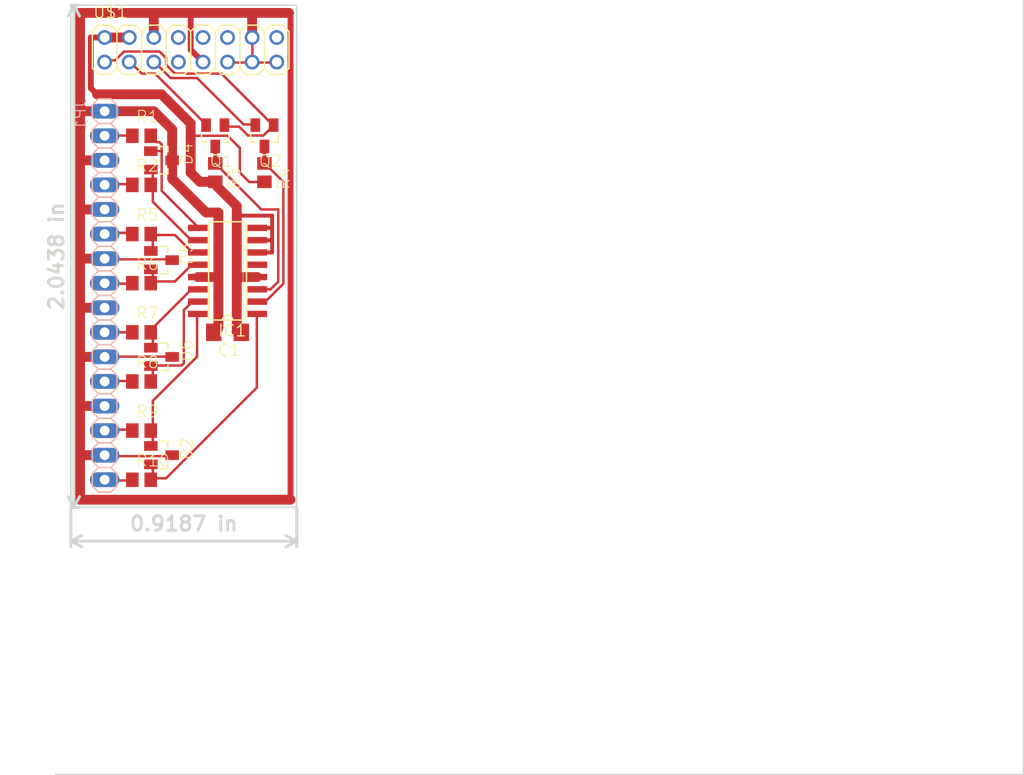
<source format=kicad_pcb>
(kicad_pcb (version 20171130) (host pcbnew "(5.0.1-dev-161-gb2b703363-dirty)+git1-1f19903-1")

  (general
    (thickness 1.6)
    (drawings 8)
    (tracks 222)
    (zones 0)
    (modules 20)
    (nets 28)
  )

  (page A4)
  (layers
    (0 Top signal)
    (31 Bottom signal)
    (32 B.Adhes user)
    (33 F.Adhes user)
    (34 B.Paste user)
    (35 F.Paste user)
    (36 B.SilkS user)
    (37 F.SilkS user)
    (38 B.Mask user)
    (39 F.Mask user)
    (40 Dwgs.User user)
    (41 Cmts.User user)
    (42 Eco1.User user)
    (43 Eco2.User user)
    (44 Edge.Cuts user)
    (45 Margin user)
    (46 B.CrtYd user)
    (47 F.CrtYd user)
    (48 B.Fab user)
    (49 F.Fab user)
  )

  (setup
    (last_trace_width 0.25)
    (trace_clearance 0.2)
    (zone_clearance 0.508)
    (zone_45_only no)
    (trace_min 0.2)
    (segment_width 0.2)
    (edge_width 0.15)
    (via_size 0.8)
    (via_drill 0.4)
    (via_min_size 0.4)
    (via_min_drill 0.3)
    (uvia_size 0.3)
    (uvia_drill 0.1)
    (uvias_allowed no)
    (uvia_min_size 0.2)
    (uvia_min_drill 0.1)
    (pcb_text_width 0.3)
    (pcb_text_size 1.5 1.5)
    (mod_edge_width 0.15)
    (mod_text_size 1 1)
    (mod_text_width 0.15)
    (pad_size 1.524 1.524)
    (pad_drill 0.762)
    (pad_to_mask_clearance 0.051)
    (solder_mask_min_width 0.25)
    (aux_axis_origin 0 0)
    (visible_elements FFFFFF7F)
    (pcbplotparams
      (layerselection 0x010fc_ffffffff)
      (usegerberextensions false)
      (usegerberattributes false)
      (usegerberadvancedattributes false)
      (creategerberjobfile false)
      (excludeedgelayer true)
      (linewidth 0.100000)
      (plotframeref false)
      (viasonmask false)
      (mode 1)
      (useauxorigin false)
      (hpglpennumber 1)
      (hpglpenspeed 20)
      (hpglpendiameter 15.000000)
      (psnegative false)
      (psa4output false)
      (plotreference true)
      (plotvalue true)
      (plotinvisibletext false)
      (padsonsilk false)
      (subtractmaskfromsilk false)
      (outputformat 1)
      (mirror false)
      (drillshape 1)
      (scaleselection 1)
      (outputdirectory ""))
  )

  (net 0 "")
  (net 1 GND)
  (net 2 +3V3)
  (net 3 "Net-(U$1-Pad16)")
  (net 4 "Net-(U$1-Pad12)")
  (net 5 "Net-(U$1-Pad10)")
  (net 6 "Net-(U$1-Pad8)")
  (net 7 "Net-(U$1-Pad7)")
  (net 8 "Net-(Q2-Pad2)")
  (net 9 VDD)
  (net 10 /BUS2)
  (net 11 /BUS1)
  (net 12 /BUS8)
  (net 13 /BUS7)
  (net 14 /BUS6)
  (net 15 /BUS5)
  (net 16 /BUS4)
  (net 17 /BUS3)
  (net 18 "Net-(IC1-Pad3)")
  (net 19 "Net-(IC1-Pad2)")
  (net 20 "Net-(JP1-Pad16)")
  (net 21 "Net-(JP1-Pad14)")
  (net 22 "Net-(JP1-Pad12)")
  (net 23 "Net-(JP1-Pad10)")
  (net 24 "Net-(JP1-Pad8)")
  (net 25 "Net-(JP1-Pad6)")
  (net 26 "Net-(JP1-Pad4)")
  (net 27 "Net-(JP1-Pad2)")

  (net_class Default "This is the default net class."
    (clearance 0.2)
    (trace_width 0.25)
    (via_dia 0.8)
    (via_drill 0.4)
    (uvia_dia 0.3)
    (uvia_drill 0.1)
    (add_net +3V3)
    (add_net /BUS1)
    (add_net /BUS2)
    (add_net /BUS3)
    (add_net /BUS4)
    (add_net /BUS5)
    (add_net /BUS6)
    (add_net /BUS7)
    (add_net /BUS8)
    (add_net GND)
    (add_net "Net-(IC1-Pad2)")
    (add_net "Net-(IC1-Pad3)")
    (add_net "Net-(JP1-Pad10)")
    (add_net "Net-(JP1-Pad12)")
    (add_net "Net-(JP1-Pad14)")
    (add_net "Net-(JP1-Pad16)")
    (add_net "Net-(JP1-Pad2)")
    (add_net "Net-(JP1-Pad4)")
    (add_net "Net-(JP1-Pad6)")
    (add_net "Net-(JP1-Pad8)")
    (add_net "Net-(Q2-Pad2)")
    (add_net "Net-(U$1-Pad10)")
    (add_net "Net-(U$1-Pad12)")
    (add_net "Net-(U$1-Pad16)")
    (add_net "Net-(U$1-Pad7)")
    (add_net "Net-(U$1-Pad8)")
    (add_net VDD)
  )

  (module PiMaster:2X08 (layer Top) (tedit 0) (tstamp 5BAC0B64)
    (at 112.4711 70.0736)
    (descr "<b>PIN HEADER</b>")
    (path /850A8AB0BABD3B23)
    (fp_text reference U$1 (at -10.16 -3.175) (layer F.SilkS)
      (effects (font (size 1.2065 1.2065) (thickness 0.127)) (justify left bottom))
    )
    (fp_text value RASPI_16 (at -10.16 4.445) (layer F.Fab)
      (effects (font (size 1.2065 1.2065) (thickness 0.1016)) (justify left bottom))
    )
    (fp_poly (pts (xy 8.636 1.524) (xy 9.144 1.524) (xy 9.144 1.016) (xy 8.636 1.016)) (layer F.Fab) (width 0))
    (fp_poly (pts (xy 8.636 -1.016) (xy 9.144 -1.016) (xy 9.144 -1.524) (xy 8.636 -1.524)) (layer F.Fab) (width 0))
    (fp_poly (pts (xy 6.096 1.524) (xy 6.604 1.524) (xy 6.604 1.016) (xy 6.096 1.016)) (layer F.Fab) (width 0))
    (fp_poly (pts (xy 6.096 -1.016) (xy 6.604 -1.016) (xy 6.604 -1.524) (xy 6.096 -1.524)) (layer F.Fab) (width 0))
    (fp_poly (pts (xy 3.556 1.524) (xy 4.064 1.524) (xy 4.064 1.016) (xy 3.556 1.016)) (layer F.Fab) (width 0))
    (fp_poly (pts (xy 1.016 1.524) (xy 1.524 1.524) (xy 1.524 1.016) (xy 1.016 1.016)) (layer F.Fab) (width 0))
    (fp_poly (pts (xy -1.524 1.524) (xy -1.016 1.524) (xy -1.016 1.016) (xy -1.524 1.016)) (layer F.Fab) (width 0))
    (fp_poly (pts (xy 3.556 -1.016) (xy 4.064 -1.016) (xy 4.064 -1.524) (xy 3.556 -1.524)) (layer F.Fab) (width 0))
    (fp_poly (pts (xy 1.016 -1.016) (xy 1.524 -1.016) (xy 1.524 -1.524) (xy 1.016 -1.524)) (layer F.Fab) (width 0))
    (fp_poly (pts (xy -1.524 -1.016) (xy -1.016 -1.016) (xy -1.016 -1.524) (xy -1.524 -1.524)) (layer F.Fab) (width 0))
    (fp_poly (pts (xy -4.064 1.524) (xy -3.556 1.524) (xy -3.556 1.016) (xy -4.064 1.016)) (layer F.Fab) (width 0))
    (fp_poly (pts (xy -4.064 -1.016) (xy -3.556 -1.016) (xy -3.556 -1.524) (xy -4.064 -1.524)) (layer F.Fab) (width 0))
    (fp_poly (pts (xy -6.604 1.524) (xy -6.096 1.524) (xy -6.096 1.016) (xy -6.604 1.016)) (layer F.Fab) (width 0))
    (fp_poly (pts (xy -6.604 -1.016) (xy -6.096 -1.016) (xy -6.096 -1.524) (xy -6.604 -1.524)) (layer F.Fab) (width 0))
    (fp_poly (pts (xy -9.144 -1.016) (xy -8.636 -1.016) (xy -8.636 -1.524) (xy -9.144 -1.524)) (layer F.Fab) (width 0))
    (fp_poly (pts (xy -9.144 1.524) (xy -8.636 1.524) (xy -8.636 1.016) (xy -9.144 1.016)) (layer F.Fab) (width 0))
    (fp_line (start 8.255 2.54) (end 9.525 2.54) (layer F.SilkS) (width 0.1524))
    (fp_line (start 10.16 -1.905) (end 10.16 1.905) (layer F.SilkS) (width 0.1524))
    (fp_line (start 7.62 1.905) (end 8.255 2.54) (layer F.SilkS) (width 0.1524))
    (fp_line (start 10.16 1.905) (end 9.525 2.54) (layer F.SilkS) (width 0.1524))
    (fp_line (start 9.525 -2.54) (end 10.16 -1.905) (layer F.SilkS) (width 0.1524))
    (fp_line (start 8.255 -2.54) (end 9.525 -2.54) (layer F.SilkS) (width 0.1524))
    (fp_line (start 7.62 -1.905) (end 8.255 -2.54) (layer F.SilkS) (width 0.1524))
    (fp_line (start -9.525 2.54) (end -8.255 2.54) (layer F.SilkS) (width 0.1524))
    (fp_line (start -6.985 2.54) (end -5.715 2.54) (layer F.SilkS) (width 0.1524))
    (fp_line (start -4.445 2.54) (end -3.175 2.54) (layer F.SilkS) (width 0.1524))
    (fp_line (start -1.905 2.54) (end -0.635 2.54) (layer F.SilkS) (width 0.1524))
    (fp_line (start 0.635 2.54) (end 1.905 2.54) (layer F.SilkS) (width 0.1524))
    (fp_line (start 3.175 2.54) (end 4.445 2.54) (layer F.SilkS) (width 0.1524))
    (fp_line (start 5.715 2.54) (end 6.985 2.54) (layer F.SilkS) (width 0.1524))
    (fp_line (start 7.62 -1.905) (end 7.62 1.905) (layer F.SilkS) (width 0.1524))
    (fp_line (start 5.08 -1.905) (end 5.08 1.905) (layer F.SilkS) (width 0.1524))
    (fp_line (start 2.54 -1.905) (end 2.54 1.905) (layer F.SilkS) (width 0.1524))
    (fp_line (start 0 -1.905) (end 0 1.905) (layer F.SilkS) (width 0.1524))
    (fp_line (start -2.54 -1.905) (end -2.54 1.905) (layer F.SilkS) (width 0.1524))
    (fp_line (start -5.08 -1.905) (end -5.08 1.905) (layer F.SilkS) (width 0.1524))
    (fp_line (start -7.62 -1.905) (end -7.62 1.905) (layer F.SilkS) (width 0.1524))
    (fp_line (start 5.08 1.905) (end 5.715 2.54) (layer F.SilkS) (width 0.1524))
    (fp_line (start 7.62 1.905) (end 6.985 2.54) (layer F.SilkS) (width 0.1524))
    (fp_line (start 6.985 -2.54) (end 7.62 -1.905) (layer F.SilkS) (width 0.1524))
    (fp_line (start 5.715 -2.54) (end 6.985 -2.54) (layer F.SilkS) (width 0.1524))
    (fp_line (start 5.08 -1.905) (end 5.715 -2.54) (layer F.SilkS) (width 0.1524))
    (fp_line (start 4.445 -2.54) (end 5.08 -1.905) (layer F.SilkS) (width 0.1524))
    (fp_line (start 3.175 -2.54) (end 4.445 -2.54) (layer F.SilkS) (width 0.1524))
    (fp_line (start 2.54 -1.905) (end 3.175 -2.54) (layer F.SilkS) (width 0.1524))
    (fp_line (start 1.905 -2.54) (end 2.54 -1.905) (layer F.SilkS) (width 0.1524))
    (fp_line (start 0.635 -2.54) (end 1.905 -2.54) (layer F.SilkS) (width 0.1524))
    (fp_line (start 0 -1.905) (end 0.635 -2.54) (layer F.SilkS) (width 0.1524))
    (fp_line (start -0.635 -2.54) (end 0 -1.905) (layer F.SilkS) (width 0.1524))
    (fp_line (start -1.905 -2.54) (end -0.635 -2.54) (layer F.SilkS) (width 0.1524))
    (fp_line (start -2.54 -1.905) (end -1.905 -2.54) (layer F.SilkS) (width 0.1524))
    (fp_line (start -3.175 -2.54) (end -2.54 -1.905) (layer F.SilkS) (width 0.1524))
    (fp_line (start -4.445 -2.54) (end -3.175 -2.54) (layer F.SilkS) (width 0.1524))
    (fp_line (start -5.08 -1.905) (end -4.445 -2.54) (layer F.SilkS) (width 0.1524))
    (fp_line (start -5.715 -2.54) (end -5.08 -1.905) (layer F.SilkS) (width 0.1524))
    (fp_line (start -6.985 -2.54) (end -5.715 -2.54) (layer F.SilkS) (width 0.1524))
    (fp_line (start -7.62 -1.905) (end -6.985 -2.54) (layer F.SilkS) (width 0.1524))
    (fp_line (start -8.255 -2.54) (end -7.62 -1.905) (layer F.SilkS) (width 0.1524))
    (fp_line (start -9.525 -2.54) (end -8.255 -2.54) (layer F.SilkS) (width 0.1524))
    (fp_line (start -10.16 -1.905) (end -9.525 -2.54) (layer F.SilkS) (width 0.1524))
    (fp_line (start -10.16 1.905) (end -10.16 -1.905) (layer F.SilkS) (width 0.1524))
    (fp_line (start 4.445 2.54) (end 5.08 1.905) (layer F.SilkS) (width 0.1524))
    (fp_line (start 2.54 1.905) (end 3.175 2.54) (layer F.SilkS) (width 0.1524))
    (fp_line (start 1.905 2.54) (end 2.54 1.905) (layer F.SilkS) (width 0.1524))
    (fp_line (start 0 1.905) (end 0.635 2.54) (layer F.SilkS) (width 0.1524))
    (fp_line (start -0.635 2.54) (end 0 1.905) (layer F.SilkS) (width 0.1524))
    (fp_line (start -2.54 1.905) (end -1.905 2.54) (layer F.SilkS) (width 0.1524))
    (fp_line (start -3.175 2.54) (end -2.54 1.905) (layer F.SilkS) (width 0.1524))
    (fp_line (start -5.08 1.905) (end -4.445 2.54) (layer F.SilkS) (width 0.1524))
    (fp_line (start -5.715 2.54) (end -5.08 1.905) (layer F.SilkS) (width 0.1524))
    (fp_line (start -7.62 1.905) (end -6.985 2.54) (layer F.SilkS) (width 0.1524))
    (fp_line (start -8.255 2.54) (end -7.62 1.905) (layer F.SilkS) (width 0.1524))
    (fp_line (start -10.16 1.905) (end -9.525 2.54) (layer F.SilkS) (width 0.1524))
    (pad 16 thru_hole circle (at 8.89 -1.27) (size 1.524 1.524) (drill 1.016) (layers *.Cu *.Mask)
      (net 3 "Net-(U$1-Pad16)") (solder_mask_margin 0.1016))
    (pad 15 thru_hole circle (at 8.89 1.27) (size 1.524 1.524) (drill 1.016) (layers *.Cu *.Mask)
      (net 1 GND) (solder_mask_margin 0.1016))
    (pad 14 thru_hole circle (at 6.35 -1.27) (size 1.524 1.524) (drill 1.016) (layers *.Cu *.Mask)
      (net 1 GND) (solder_mask_margin 0.1016))
    (pad 13 thru_hole circle (at 6.35 1.27) (size 1.524 1.524) (drill 1.016) (layers *.Cu *.Mask)
      (net 1 GND) (solder_mask_margin 0.1016))
    (pad 12 thru_hole circle (at 3.81 -1.27) (size 1.524 1.524) (drill 1.016) (layers *.Cu *.Mask)
      (net 4 "Net-(U$1-Pad12)") (solder_mask_margin 0.1016))
    (pad 11 thru_hole circle (at 3.81 1.27) (size 1.524 1.524) (drill 1.016) (layers *.Cu *.Mask)
      (net 1 GND) (solder_mask_margin 0.1016))
    (pad 10 thru_hole circle (at 1.27 -1.27) (size 1.524 1.524) (drill 1.016) (layers *.Cu *.Mask)
      (net 5 "Net-(U$1-Pad10)") (solder_mask_margin 0.1016))
    (pad 9 thru_hole circle (at 1.27 1.27) (size 1.524 1.524) (drill 1.016) (layers *.Cu *.Mask)
      (net 1 GND) (solder_mask_margin 0.1016))
    (pad 8 thru_hole circle (at -1.27 -1.27) (size 1.524 1.524) (drill 1.016) (layers *.Cu *.Mask)
      (net 6 "Net-(U$1-Pad8)") (solder_mask_margin 0.1016))
    (pad 7 thru_hole circle (at -1.27 1.27) (size 1.524 1.524) (drill 1.016) (layers *.Cu *.Mask)
      (net 7 "Net-(U$1-Pad7)") (solder_mask_margin 0.1016))
    (pad 6 thru_hole circle (at -3.81 -1.27) (size 1.524 1.524) (drill 1.016) (layers *.Cu *.Mask)
      (net 1 GND) (solder_mask_margin 0.1016))
    (pad 5 thru_hole circle (at -3.81 1.27) (size 1.524 1.524) (drill 1.016) (layers *.Cu *.Mask)
      (net 8 "Net-(Q2-Pad2)") (solder_mask_margin 0.1016))
    (pad 4 thru_hole circle (at -6.35 -1.27) (size 1.524 1.524) (drill 1.016) (layers *.Cu *.Mask)
      (net 9 VDD) (solder_mask_margin 0.1016))
    (pad 3 thru_hole circle (at -6.35 1.27) (size 1.524 1.524) (drill 1.016) (layers *.Cu *.Mask)
      (net 2 +3V3) (solder_mask_margin 0.1016))
    (pad 2 thru_hole circle (at -8.89 -1.27) (size 1.524 1.524) (drill 1.016) (layers *.Cu *.Mask)
      (net 9 VDD) (solder_mask_margin 0.1016))
    (pad 1 thru_hole circle (at -8.89 1.27) (size 1.524 1.524) (drill 1.016) (layers *.Cu *.Mask)
      (net 2 +3V3) (solder_mask_margin 0.1016))
  )

  (module PiMaster:SOT23 (layer Top) (tedit 0) (tstamp 5BAC0BC0)
    (at 109.45485 111.9836 270)
    (descr <B>DIODE</B>)
    (path /4C475A1A20478EC3)
    (fp_text reference D2 (at -1.905 -1.905 270) (layer F.SilkS)
      (effects (font (size 1.2065 1.2065) (thickness 0.1016)) (justify right top))
    )
    (fp_text value ESD_DIODES (at -1.905 3.175 270) (layer F.Fab)
      (effects (font (size 1.2065 1.2065) (thickness 0.1016)) (justify right top))
    )
    (fp_poly (pts (xy -1.1684 1.2954) (xy -0.7112 1.2954) (xy -0.7112 0.7112) (xy -1.1684 0.7112)) (layer F.Fab) (width 0))
    (fp_poly (pts (xy 0.7112 1.2954) (xy 1.1684 1.2954) (xy 1.1684 0.7112) (xy 0.7112 0.7112)) (layer F.Fab) (width 0))
    (fp_poly (pts (xy -0.2286 -0.7112) (xy 0.2286 -0.7112) (xy 0.2286 -1.2954) (xy -0.2286 -1.2954)) (layer F.Fab) (width 0))
    (fp_line (start 0.8636 -0.6604) (end 1.4224 -0.6604) (layer F.SilkS) (width 0.1524))
    (fp_line (start 1.4224 -0.6604) (end 1.4224 0.1524) (layer F.SilkS) (width 0.1524))
    (fp_line (start -1.4224 -0.6604) (end -0.8636 -0.6604) (layer F.SilkS) (width 0.1524))
    (fp_line (start -1.4224 0.1524) (end -1.4224 -0.6604) (layer F.SilkS) (width 0.1524))
    (fp_line (start -1.4224 -0.6604) (end 1.4224 -0.6604) (layer F.Fab) (width 0.1524))
    (fp_line (start -1.4224 0.6604) (end -1.4224 -0.6604) (layer F.Fab) (width 0.1524))
    (fp_line (start 1.4224 0.6604) (end -1.4224 0.6604) (layer F.Fab) (width 0.1524))
    (fp_line (start 1.4224 -0.6604) (end 1.4224 0.6604) (layer F.Fab) (width 0.1524))
    (pad 1 smd rect (at -0.95 1.1 270) (size 1 1.4) (layers Top F.Paste F.Mask)
      (net 10 /BUS2) (solder_mask_margin 0.1016))
    (pad 2 smd rect (at 0.95 1.1 270) (size 1 1.4) (layers Top F.Paste F.Mask)
      (net 11 /BUS1) (solder_mask_margin 0.1016))
    (pad 3 smd rect (at 0 -1.1 270) (size 1 1.4) (layers Top F.Paste F.Mask)
      (net 1 GND) (solder_mask_margin 0.1016))
  )

  (module PiMaster:SOT23 (layer Top) (tedit 0) (tstamp 5BAC0BD1)
    (at 109.45485 81.5036 270)
    (descr <B>DIODE</B>)
    (path /378136B8DCE5EB0D)
    (fp_text reference D4 (at -1.905 -1.905 270) (layer F.SilkS)
      (effects (font (size 1.2065 1.2065) (thickness 0.1016)) (justify right top))
    )
    (fp_text value ESD_DIODES (at -1.905 3.175 270) (layer F.Fab)
      (effects (font (size 1.2065 1.2065) (thickness 0.1016)) (justify right top))
    )
    (fp_poly (pts (xy -1.1684 1.2954) (xy -0.7112 1.2954) (xy -0.7112 0.7112) (xy -1.1684 0.7112)) (layer F.Fab) (width 0))
    (fp_poly (pts (xy 0.7112 1.2954) (xy 1.1684 1.2954) (xy 1.1684 0.7112) (xy 0.7112 0.7112)) (layer F.Fab) (width 0))
    (fp_poly (pts (xy -0.2286 -0.7112) (xy 0.2286 -0.7112) (xy 0.2286 -1.2954) (xy -0.2286 -1.2954)) (layer F.Fab) (width 0))
    (fp_line (start 0.8636 -0.6604) (end 1.4224 -0.6604) (layer F.SilkS) (width 0.1524))
    (fp_line (start 1.4224 -0.6604) (end 1.4224 0.1524) (layer F.SilkS) (width 0.1524))
    (fp_line (start -1.4224 -0.6604) (end -0.8636 -0.6604) (layer F.SilkS) (width 0.1524))
    (fp_line (start -1.4224 0.1524) (end -1.4224 -0.6604) (layer F.SilkS) (width 0.1524))
    (fp_line (start -1.4224 -0.6604) (end 1.4224 -0.6604) (layer F.Fab) (width 0.1524))
    (fp_line (start -1.4224 0.6604) (end -1.4224 -0.6604) (layer F.Fab) (width 0.1524))
    (fp_line (start 1.4224 0.6604) (end -1.4224 0.6604) (layer F.Fab) (width 0.1524))
    (fp_line (start 1.4224 -0.6604) (end 1.4224 0.6604) (layer F.Fab) (width 0.1524))
    (pad 1 smd rect (at -0.95 1.1 270) (size 1 1.4) (layers Top F.Paste F.Mask)
      (net 12 /BUS8) (solder_mask_margin 0.1016))
    (pad 2 smd rect (at 0.95 1.1 270) (size 1 1.4) (layers Top F.Paste F.Mask)
      (net 13 /BUS7) (solder_mask_margin 0.1016))
    (pad 3 smd rect (at 0 -1.1 270) (size 1 1.4) (layers Top F.Paste F.Mask)
      (net 1 GND) (solder_mask_margin 0.1016))
  )

  (module PiMaster:SOT23 (layer Top) (tedit 0) (tstamp 5BAC0BE2)
    (at 109.45485 91.82235 270)
    (descr <B>DIODE</B>)
    (path /E8A02D8F73B70CE6)
    (fp_text reference D5 (at -1.905 -1.905 270) (layer F.SilkS)
      (effects (font (size 1.2065 1.2065) (thickness 0.1016)) (justify right top))
    )
    (fp_text value ESD_DIODES (at -1.905 3.175 270) (layer F.Fab)
      (effects (font (size 1.2065 1.2065) (thickness 0.1016)) (justify right top))
    )
    (fp_poly (pts (xy -1.1684 1.2954) (xy -0.7112 1.2954) (xy -0.7112 0.7112) (xy -1.1684 0.7112)) (layer F.Fab) (width 0))
    (fp_poly (pts (xy 0.7112 1.2954) (xy 1.1684 1.2954) (xy 1.1684 0.7112) (xy 0.7112 0.7112)) (layer F.Fab) (width 0))
    (fp_poly (pts (xy -0.2286 -0.7112) (xy 0.2286 -0.7112) (xy 0.2286 -1.2954) (xy -0.2286 -1.2954)) (layer F.Fab) (width 0))
    (fp_line (start 0.8636 -0.6604) (end 1.4224 -0.6604) (layer F.SilkS) (width 0.1524))
    (fp_line (start 1.4224 -0.6604) (end 1.4224 0.1524) (layer F.SilkS) (width 0.1524))
    (fp_line (start -1.4224 -0.6604) (end -0.8636 -0.6604) (layer F.SilkS) (width 0.1524))
    (fp_line (start -1.4224 0.1524) (end -1.4224 -0.6604) (layer F.SilkS) (width 0.1524))
    (fp_line (start -1.4224 -0.6604) (end 1.4224 -0.6604) (layer F.Fab) (width 0.1524))
    (fp_line (start -1.4224 0.6604) (end -1.4224 -0.6604) (layer F.Fab) (width 0.1524))
    (fp_line (start 1.4224 0.6604) (end -1.4224 0.6604) (layer F.Fab) (width 0.1524))
    (fp_line (start 1.4224 -0.6604) (end 1.4224 0.6604) (layer F.Fab) (width 0.1524))
    (pad 1 smd rect (at -0.95 1.1 270) (size 1 1.4) (layers Top F.Paste F.Mask)
      (net 14 /BUS6) (solder_mask_margin 0.1016))
    (pad 2 smd rect (at 0.95 1.1 270) (size 1 1.4) (layers Top F.Paste F.Mask)
      (net 15 /BUS5) (solder_mask_margin 0.1016))
    (pad 3 smd rect (at 0 -1.1 270) (size 1 1.4) (layers Top F.Paste F.Mask)
      (net 1 GND) (solder_mask_margin 0.1016))
  )

  (module PiMaster:SOT23 (layer Top) (tedit 0) (tstamp 5BAC0BF3)
    (at 109.45485 101.8236 270)
    (descr <B>DIODE</B>)
    (path /E2AFE3A10CA8CD4D)
    (fp_text reference D6 (at -1.905 -1.905 270) (layer F.SilkS)
      (effects (font (size 1.2065 1.2065) (thickness 0.1016)) (justify right top))
    )
    (fp_text value ESD_DIODES (at -1.905 3.175 270) (layer F.Fab)
      (effects (font (size 1.2065 1.2065) (thickness 0.1016)) (justify right top))
    )
    (fp_poly (pts (xy -1.1684 1.2954) (xy -0.7112 1.2954) (xy -0.7112 0.7112) (xy -1.1684 0.7112)) (layer F.Fab) (width 0))
    (fp_poly (pts (xy 0.7112 1.2954) (xy 1.1684 1.2954) (xy 1.1684 0.7112) (xy 0.7112 0.7112)) (layer F.Fab) (width 0))
    (fp_poly (pts (xy -0.2286 -0.7112) (xy 0.2286 -0.7112) (xy 0.2286 -1.2954) (xy -0.2286 -1.2954)) (layer F.Fab) (width 0))
    (fp_line (start 0.8636 -0.6604) (end 1.4224 -0.6604) (layer F.SilkS) (width 0.1524))
    (fp_line (start 1.4224 -0.6604) (end 1.4224 0.1524) (layer F.SilkS) (width 0.1524))
    (fp_line (start -1.4224 -0.6604) (end -0.8636 -0.6604) (layer F.SilkS) (width 0.1524))
    (fp_line (start -1.4224 0.1524) (end -1.4224 -0.6604) (layer F.SilkS) (width 0.1524))
    (fp_line (start -1.4224 -0.6604) (end 1.4224 -0.6604) (layer F.Fab) (width 0.1524))
    (fp_line (start -1.4224 0.6604) (end -1.4224 -0.6604) (layer F.Fab) (width 0.1524))
    (fp_line (start 1.4224 0.6604) (end -1.4224 0.6604) (layer F.Fab) (width 0.1524))
    (fp_line (start 1.4224 -0.6604) (end 1.4224 0.6604) (layer F.Fab) (width 0.1524))
    (pad 1 smd rect (at -0.95 1.1 270) (size 1 1.4) (layers Top F.Paste F.Mask)
      (net 16 /BUS4) (solder_mask_margin 0.1016))
    (pad 2 smd rect (at 0.95 1.1 270) (size 1 1.4) (layers Top F.Paste F.Mask)
      (net 17 /BUS3) (solder_mask_margin 0.1016))
    (pad 3 smd rect (at 0 -1.1 270) (size 1 1.4) (layers Top F.Paste F.Mask)
      (net 1 GND) (solder_mask_margin 0.1016))
  )

  (module PiMaster:SO16 (layer Top) (tedit 0) (tstamp 5BAC0C04)
    (at 116.2811 92.9336 90)
    (descr "<b>Small Outline Package</b>")
    (path /7C8C299E06F92037)
    (fp_text reference IC1 (at -5.461 2.032 180) (layer F.SilkS)
      (effects (font (size 1.2065 1.2065) (thickness 0.127)) (justify right top))
    )
    (fp_text value DS2482-800 (at -4.064 0.635 90) (layer F.Fab)
      (effects (font (size 1.2065 1.2065) (thickness 0.127)) (justify left bottom))
    )
    (fp_poly (pts (xy 4.191 -1.9558) (xy 4.699 -1.9558) (xy 4.699 -3.0988) (xy 4.191 -3.0988)) (layer F.Fab) (width 0))
    (fp_poly (pts (xy 2.921 -1.9558) (xy 3.429 -1.9558) (xy 3.429 -3.0988) (xy 2.921 -3.0988)) (layer F.Fab) (width 0))
    (fp_poly (pts (xy 1.651 -1.9558) (xy 2.159 -1.9558) (xy 2.159 -3.0988) (xy 1.651 -3.0988)) (layer F.Fab) (width 0))
    (fp_poly (pts (xy 0.381 -1.9558) (xy 0.889 -1.9558) (xy 0.889 -3.0988) (xy 0.381 -3.0988)) (layer F.Fab) (width 0))
    (fp_poly (pts (xy 4.191 3.0988) (xy 4.699 3.0988) (xy 4.699 1.9558) (xy 4.191 1.9558)) (layer F.Fab) (width 0))
    (fp_poly (pts (xy 2.921 3.0988) (xy 3.429 3.0988) (xy 3.429 1.9558) (xy 2.921 1.9558)) (layer F.Fab) (width 0))
    (fp_poly (pts (xy 1.651 3.0988) (xy 2.159 3.0988) (xy 2.159 1.9558) (xy 1.651 1.9558)) (layer F.Fab) (width 0))
    (fp_poly (pts (xy 0.381 3.0988) (xy 0.889 3.0988) (xy 0.889 1.9558) (xy 0.381 1.9558)) (layer F.Fab) (width 0))
    (fp_poly (pts (xy -4.699 -1.9558) (xy -4.191 -1.9558) (xy -4.191 -3.0988) (xy -4.699 -3.0988)) (layer F.Fab) (width 0))
    (fp_poly (pts (xy -3.429 -1.9558) (xy -2.921 -1.9558) (xy -2.921 -3.0988) (xy -3.429 -3.0988)) (layer F.Fab) (width 0))
    (fp_poly (pts (xy -2.159 -1.9558) (xy -1.651 -1.9558) (xy -1.651 -3.0988) (xy -2.159 -3.0988)) (layer F.Fab) (width 0))
    (fp_poly (pts (xy -0.889 3.0988) (xy -0.381 3.0988) (xy -0.381 1.9558) (xy -0.889 1.9558)) (layer F.Fab) (width 0))
    (fp_poly (pts (xy -2.159 3.0734) (xy -1.651 3.0734) (xy -1.651 1.9304) (xy -2.159 1.9304)) (layer F.Fab) (width 0))
    (fp_poly (pts (xy -3.429 3.0988) (xy -2.921 3.0988) (xy -2.921 1.9558) (xy -3.429 1.9558)) (layer F.Fab) (width 0))
    (fp_poly (pts (xy -4.699 3.0988) (xy -4.191 3.0988) (xy -4.191 1.9558) (xy -4.699 1.9558)) (layer F.Fab) (width 0))
    (fp_poly (pts (xy -0.889 -1.9558) (xy -0.381 -1.9558) (xy -0.381 -3.0988) (xy -0.889 -3.0988)) (layer F.Fab) (width 0))
    (fp_line (start -5.08 1.6002) (end 5.08 1.6002) (layer F.SilkS) (width 0.0508))
    (fp_arc (start -5.08 0) (end -5.08 -0.508) (angle 180) (layer F.SilkS) (width 0.1524))
    (fp_line (start -5.08 0.508) (end -5.08 1.5748) (layer F.SilkS) (width 0.1524))
    (fp_line (start -5.08 -0.508) (end -5.08 0.508) (layer F.SilkS) (width 0.1524))
    (fp_line (start -5.08 -1.5748) (end -5.08 -0.508) (layer F.SilkS) (width 0.1524))
    (fp_line (start 5.08 1.5748) (end 5.08 -1.5748) (layer F.SilkS) (width 0.1524))
    (fp_line (start -4.699 1.9558) (end 4.699 1.9558) (layer F.SilkS) (width 0.1524))
    (fp_arc (start -4.699 1.5748) (end -5.08 1.5748) (angle -90) (layer F.SilkS) (width 0.1524))
    (fp_arc (start 4.699 -1.5748) (end 4.699 -1.9558) (angle 90) (layer F.SilkS) (width 0.1524))
    (fp_arc (start -4.699 -1.5748) (end -5.08 -1.5748) (angle 90) (layer F.SilkS) (width 0.1524))
    (fp_arc (start 4.699 1.5748) (end 4.699 1.9558) (angle -90) (layer F.SilkS) (width 0.1524))
    (fp_line (start 4.699 -1.9558) (end -4.699 -1.9558) (layer F.SilkS) (width 0.1524))
    (pad 9 smd rect (at 4.445 -3.0734 90) (size 0.6604 2.032) (layers Top F.Paste F.Mask)
      (net 12 /BUS8) (solder_mask_margin 0.1016))
    (pad 8 smd rect (at 4.445 3.0734 90) (size 0.6604 2.032) (layers Top F.Paste F.Mask)
      (net 9 VDD) (solder_mask_margin 0.1016))
    (pad 10 smd rect (at 3.175 -3.0734 90) (size 0.6604 2.032) (layers Top F.Paste F.Mask)
      (net 13 /BUS7) (solder_mask_margin 0.1016))
    (pad 11 smd rect (at 1.905 -3.0734 90) (size 0.6604 2.032) (layers Top F.Paste F.Mask)
      (net 14 /BUS6) (solder_mask_margin 0.1016))
    (pad 7 smd rect (at 3.175 3.0734 90) (size 0.6604 2.032) (layers Top F.Paste F.Mask)
      (net 9 VDD) (solder_mask_margin 0.1016))
    (pad 6 smd rect (at 1.905 3.0734 90) (size 0.6604 2.032) (layers Top F.Paste F.Mask)
      (net 9 VDD) (solder_mask_margin 0.1016))
    (pad 12 smd rect (at 0.635 -3.0734 90) (size 0.6604 2.032) (layers Top F.Paste F.Mask)
      (net 15 /BUS5) (solder_mask_margin 0.1016))
    (pad 5 smd rect (at 0.635 3.0734 90) (size 0.6604 2.032) (layers Top F.Paste F.Mask)
      (solder_mask_margin 0.1016))
    (pad 13 smd rect (at -0.635 -3.0734 90) (size 0.6604 2.032) (layers Top F.Paste F.Mask)
      (net 1 GND) (solder_mask_margin 0.1016))
    (pad 4 smd rect (at -0.635 3.0734 90) (size 0.6604 2.032) (layers Top F.Paste F.Mask)
      (net 9 VDD) (solder_mask_margin 0.1016))
    (pad 14 smd rect (at -1.905 -3.0734 90) (size 0.6604 2.032) (layers Top F.Paste F.Mask)
      (net 16 /BUS4) (solder_mask_margin 0.1016))
    (pad 15 smd rect (at -3.175 -3.0734 90) (size 0.6604 2.032) (layers Top F.Paste F.Mask)
      (net 17 /BUS3) (solder_mask_margin 0.1016))
    (pad 3 smd rect (at -1.905 3.0734 90) (size 0.6604 2.032) (layers Top F.Paste F.Mask)
      (net 18 "Net-(IC1-Pad3)") (solder_mask_margin 0.1016))
    (pad 2 smd rect (at -3.175 3.0734 90) (size 0.6604 2.032) (layers Top F.Paste F.Mask)
      (net 19 "Net-(IC1-Pad2)") (solder_mask_margin 0.1016))
    (pad 16 smd rect (at -4.445 -3.0734 90) (size 0.6604 2.032) (layers Top F.Paste F.Mask)
      (net 10 /BUS2) (solder_mask_margin 0.1016))
    (pad 1 smd rect (at -4.445 3.0734 90) (size 0.6604 2.032) (layers Top F.Paste F.Mask)
      (net 11 /BUS1) (solder_mask_margin 0.1016))
  )

  (module PiMaster:C1206 (layer Top) (tedit 0) (tstamp 5BAC0C33)
    (at 116.2811 99.2836 180)
    (path /D1B4F47F3BB99FBE)
    (fp_text reference C1 (at -1.397 -1.143 180) (layer F.SilkS)
      (effects (font (size 1.2065 1.2065) (thickness 0.1016)) (justify right top))
    )
    (fp_text value C_4µ7_SMD_1206 (at 0 0 180) (layer F.SilkS) hide
      (effects (font (size 1.27 1.27) (thickness 0.15)) (justify right top))
    )
    (fp_line (start -2.473 -0.983) (end 2.473 -0.983) (layer Dwgs.User) (width 0.0508))
    (fp_poly (pts (xy -0.3 0.7) (xy 0.3 0.7) (xy 0.3 -0.7) (xy -0.3 -0.7)) (layer F.Adhes) (width 0))
    (fp_poly (pts (xy 0.9525 0.8763) (xy 1.6891 0.8763) (xy 1.6891 -0.8763) (xy 0.9525 -0.8763)) (layer F.Fab) (width 0))
    (fp_poly (pts (xy -1.6891 0.8763) (xy -0.9525 0.8763) (xy -0.9525 -0.8763) (xy -1.6891 -0.8763)) (layer F.Fab) (width 0))
    (fp_text user >VAL (at -1.397 2.413 180) (layer F.Fab)
      (effects (font (size 1.2065 1.2065) (thickness 0.1016)) (justify left bottom))
    )
    (fp_line (start -2.473 0.983) (end -2.473 -0.983) (layer Dwgs.User) (width 0.0508))
    (fp_line (start 2.473 0.983) (end -2.473 0.983) (layer Dwgs.User) (width 0.0508))
    (fp_line (start 0.9525 -0.8128) (end -0.9652 -0.8128) (layer F.Fab) (width 0.1524))
    (fp_line (start 0.9525 0.8128) (end -0.9652 0.8128) (layer F.Fab) (width 0.1524))
    (fp_line (start 0.2032 0) (end 0.3048 0) (layer F.Fab) (width 0.127))
    (fp_line (start -0.2032 0) (end -0.381 0) (layer F.Fab) (width 0.127))
    (fp_line (start -0.2032 0) (end -0.2032 0.432) (layer F.Fab) (width 0.1524))
    (fp_line (start -0.2032 -0.432) (end -0.2032 0) (layer F.Fab) (width 0.1524))
    (fp_line (start 0.2032 0) (end 0.2032 -0.432) (layer F.Fab) (width 0.1524))
    (fp_line (start 0.2032 0.432) (end 0.2032 0) (layer F.Fab) (width 0.1524))
    (pad 1 smd rect (at -1.422 0 180) (size 1.6 1.803) (layers Top F.Paste F.Mask)
      (net 9 VDD) (solder_mask_margin 0.1016))
    (pad 2 smd rect (at 1.422 0 180) (size 1.6 1.803) (layers Top F.Paste F.Mask)
      (net 1 GND) (solder_mask_margin 0.1016))
  )

  (module PiMaster:SOT23 (layer Top) (tedit 0) (tstamp 5BAC0C47)
    (at 115.0111 78.9636 180)
    (descr <B>DIODE</B>)
    (path /4FCDC6127A211019)
    (fp_text reference Q1 (at -1.905 -1.905 180) (layer F.SilkS)
      (effects (font (size 1.2065 1.2065) (thickness 0.1016)) (justify right top))
    )
    (fp_text value 2N7002 (at -1.905 3.175 180) (layer F.Fab)
      (effects (font (size 1.2065 1.2065) (thickness 0.1016)) (justify right top))
    )
    (fp_poly (pts (xy -1.1684 1.2954) (xy -0.7112 1.2954) (xy -0.7112 0.7112) (xy -1.1684 0.7112)) (layer F.Fab) (width 0))
    (fp_poly (pts (xy 0.7112 1.2954) (xy 1.1684 1.2954) (xy 1.1684 0.7112) (xy 0.7112 0.7112)) (layer F.Fab) (width 0))
    (fp_poly (pts (xy -0.2286 -0.7112) (xy 0.2286 -0.7112) (xy 0.2286 -1.2954) (xy -0.2286 -1.2954)) (layer F.Fab) (width 0))
    (fp_line (start 0.8636 -0.6604) (end 1.4224 -0.6604) (layer F.SilkS) (width 0.1524))
    (fp_line (start 1.4224 -0.6604) (end 1.4224 0.1524) (layer F.SilkS) (width 0.1524))
    (fp_line (start -1.4224 -0.6604) (end -0.8636 -0.6604) (layer F.SilkS) (width 0.1524))
    (fp_line (start -1.4224 0.1524) (end -1.4224 -0.6604) (layer F.SilkS) (width 0.1524))
    (fp_line (start -1.4224 -0.6604) (end 1.4224 -0.6604) (layer F.Fab) (width 0.1524))
    (fp_line (start -1.4224 0.6604) (end -1.4224 -0.6604) (layer F.Fab) (width 0.1524))
    (fp_line (start 1.4224 0.6604) (end -1.4224 0.6604) (layer F.Fab) (width 0.1524))
    (fp_line (start 1.4224 -0.6604) (end 1.4224 0.6604) (layer F.Fab) (width 0.1524))
    (pad 1 smd rect (at -0.95 1.1 180) (size 1 1.4) (layers Top F.Paste F.Mask)
      (net 2 +3V3) (solder_mask_margin 0.1016))
    (pad 2 smd rect (at 0.95 1.1 180) (size 1 1.4) (layers Top F.Paste F.Mask)
      (net 2 +3V3) (solder_mask_margin 0.1016))
    (pad 3 smd rect (at 0 -1.1 180) (size 1 1.4) (layers Top F.Paste F.Mask)
      (net 18 "Net-(IC1-Pad3)") (solder_mask_margin 0.1016))
  )

  (module PiMaster:SOT23 (layer Top) (tedit 0) (tstamp 5BAC0C58)
    (at 120.0911 78.9636 180)
    (descr <B>DIODE</B>)
    (path /2C692F70DA191B3C)
    (fp_text reference Q2 (at -1.905 -1.905 180) (layer F.SilkS)
      (effects (font (size 1.2065 1.2065) (thickness 0.1016)) (justify right top))
    )
    (fp_text value 2N7002 (at -1.905 3.175 180) (layer F.Fab)
      (effects (font (size 1.2065 1.2065) (thickness 0.1016)) (justify right top))
    )
    (fp_poly (pts (xy -1.1684 1.2954) (xy -0.7112 1.2954) (xy -0.7112 0.7112) (xy -1.1684 0.7112)) (layer F.Fab) (width 0))
    (fp_poly (pts (xy 0.7112 1.2954) (xy 1.1684 1.2954) (xy 1.1684 0.7112) (xy 0.7112 0.7112)) (layer F.Fab) (width 0))
    (fp_poly (pts (xy -0.2286 -0.7112) (xy 0.2286 -0.7112) (xy 0.2286 -1.2954) (xy -0.2286 -1.2954)) (layer F.Fab) (width 0))
    (fp_line (start 0.8636 -0.6604) (end 1.4224 -0.6604) (layer F.SilkS) (width 0.1524))
    (fp_line (start 1.4224 -0.6604) (end 1.4224 0.1524) (layer F.SilkS) (width 0.1524))
    (fp_line (start -1.4224 -0.6604) (end -0.8636 -0.6604) (layer F.SilkS) (width 0.1524))
    (fp_line (start -1.4224 0.1524) (end -1.4224 -0.6604) (layer F.SilkS) (width 0.1524))
    (fp_line (start -1.4224 -0.6604) (end 1.4224 -0.6604) (layer F.Fab) (width 0.1524))
    (fp_line (start -1.4224 0.6604) (end -1.4224 -0.6604) (layer F.Fab) (width 0.1524))
    (fp_line (start 1.4224 0.6604) (end -1.4224 0.6604) (layer F.Fab) (width 0.1524))
    (fp_line (start 1.4224 -0.6604) (end 1.4224 0.6604) (layer F.Fab) (width 0.1524))
    (pad 1 smd rect (at -0.95 1.1 180) (size 1 1.4) (layers Top F.Paste F.Mask)
      (net 2 +3V3) (solder_mask_margin 0.1016))
    (pad 2 smd rect (at 0.95 1.1 180) (size 1 1.4) (layers Top F.Paste F.Mask)
      (net 8 "Net-(Q2-Pad2)") (solder_mask_margin 0.1016))
    (pad 3 smd rect (at 0 -1.1 180) (size 1 1.4) (layers Top F.Paste F.Mask)
      (net 19 "Net-(IC1-Pad2)") (solder_mask_margin 0.1016))
  )

  (module PiMaster:R0805 (layer Top) (tedit 0) (tstamp 5BAC0C69)
    (at 115.0111 82.7736 270)
    (descr <b>RESISTOR</b><p>)
    (path /23CAB85C9D3B2993)
    (fp_text reference R3 (at -0.635 -1.27 270) (layer F.SilkS)
      (effects (font (size 1.2065 1.2065) (thickness 0.1016)) (justify right top))
    )
    (fp_text value R-EU_R0805 (at -0.635 2.54 270) (layer F.Fab)
      (effects (font (size 1.2065 1.2065) (thickness 0.1016)) (justify right top))
    )
    (fp_poly (pts (xy -0.1999 0.5001) (xy 0.1999 0.5001) (xy 0.1999 -0.5001) (xy -0.1999 -0.5001)) (layer F.Adhes) (width 0))
    (fp_poly (pts (xy -1.0668 0.6985) (xy -0.4168 0.6985) (xy -0.4168 -0.7015) (xy -1.0668 -0.7015)) (layer F.Fab) (width 0))
    (fp_poly (pts (xy 0.4064 0.6985) (xy 1.0564 0.6985) (xy 1.0564 -0.7015) (xy 0.4064 -0.7015)) (layer F.Fab) (width 0))
    (fp_line (start -1.973 0.983) (end -1.973 -0.983) (layer Dwgs.User) (width 0.0508))
    (fp_line (start 1.973 0.983) (end -1.973 0.983) (layer Dwgs.User) (width 0.0508))
    (fp_line (start 1.973 -0.983) (end 1.973 0.983) (layer Dwgs.User) (width 0.0508))
    (fp_line (start -1.973 -0.983) (end 1.973 -0.983) (layer Dwgs.User) (width 0.0508))
    (fp_line (start -0.41 0.635) (end 0.41 0.635) (layer F.Fab) (width 0.1524))
    (fp_line (start -0.41 -0.635) (end 0.41 -0.635) (layer F.Fab) (width 0.1524))
    (pad 2 smd rect (at 0.95 0 270) (size 1.3 1.5) (layers Top F.Paste F.Mask)
      (net 9 VDD) (solder_mask_margin 0.1016))
    (pad 1 smd rect (at -0.95 0 270) (size 1.3 1.5) (layers Top F.Paste F.Mask)
      (net 18 "Net-(IC1-Pad3)") (solder_mask_margin 0.1016))
  )

  (module PiMaster:R0805 (layer Top) (tedit 0) (tstamp 5BAC0C77)
    (at 120.0911 82.7736 270)
    (descr <b>RESISTOR</b><p>)
    (path /DF0B5EAF23E52A4A)
    (fp_text reference R4 (at -0.635 -1.27 270) (layer F.SilkS)
      (effects (font (size 1.2065 1.2065) (thickness 0.1016)) (justify right top))
    )
    (fp_text value R-EU_R0805 (at -0.635 2.54 270) (layer F.Fab)
      (effects (font (size 1.2065 1.2065) (thickness 0.1016)) (justify right top))
    )
    (fp_poly (pts (xy -0.1999 0.5001) (xy 0.1999 0.5001) (xy 0.1999 -0.5001) (xy -0.1999 -0.5001)) (layer F.Adhes) (width 0))
    (fp_poly (pts (xy -1.0668 0.6985) (xy -0.4168 0.6985) (xy -0.4168 -0.7015) (xy -1.0668 -0.7015)) (layer F.Fab) (width 0))
    (fp_poly (pts (xy 0.4064 0.6985) (xy 1.0564 0.6985) (xy 1.0564 -0.7015) (xy 0.4064 -0.7015)) (layer F.Fab) (width 0))
    (fp_line (start -1.973 0.983) (end -1.973 -0.983) (layer Dwgs.User) (width 0.0508))
    (fp_line (start 1.973 0.983) (end -1.973 0.983) (layer Dwgs.User) (width 0.0508))
    (fp_line (start 1.973 -0.983) (end 1.973 0.983) (layer Dwgs.User) (width 0.0508))
    (fp_line (start -1.973 -0.983) (end 1.973 -0.983) (layer Dwgs.User) (width 0.0508))
    (fp_line (start -0.41 0.635) (end 0.41 0.635) (layer F.Fab) (width 0.1524))
    (fp_line (start -0.41 -0.635) (end 0.41 -0.635) (layer F.Fab) (width 0.1524))
    (pad 2 smd rect (at 0.95 0 270) (size 1.3 1.5) (layers Top F.Paste F.Mask)
      (net 9 VDD) (solder_mask_margin 0.1016))
    (pad 1 smd rect (at -0.95 0 270) (size 1.3 1.5) (layers Top F.Paste F.Mask)
      (net 19 "Net-(IC1-Pad2)") (solder_mask_margin 0.1016))
  )

  (module PiMaster:1X16 (layer Bottom) (tedit 0) (tstamp 5BAC0C85)
    (at 103.5811 95.4736 270)
    (descr "<b>PIN HEADER</b>")
    (path /848DA6002F430EF2)
    (fp_text reference JP1 (at -20.3962 1.8288 270) (layer B.SilkS)
      (effects (font (size 1.2065 1.2065) (thickness 0.127)) (justify left bottom mirror))
    )
    (fp_text value PINHD-1X16 (at -20.32 -3.175 270) (layer B.Fab)
      (effects (font (size 1.2065 1.2065) (thickness 0.1016)) (justify left bottom mirror))
    )
    (fp_poly (pts (xy 18.796 -0.254) (xy 19.304 -0.254) (xy 19.304 0.254) (xy 18.796 0.254)) (layer B.Fab) (width 0))
    (fp_poly (pts (xy -19.304 -0.254) (xy -18.796 -0.254) (xy -18.796 0.254) (xy -19.304 0.254)) (layer B.Fab) (width 0))
    (fp_poly (pts (xy -16.764 -0.254) (xy -16.256 -0.254) (xy -16.256 0.254) (xy -16.764 0.254)) (layer B.Fab) (width 0))
    (fp_poly (pts (xy -14.224 -0.254) (xy -13.716 -0.254) (xy -13.716 0.254) (xy -14.224 0.254)) (layer B.Fab) (width 0))
    (fp_poly (pts (xy -11.684 -0.254) (xy -11.176 -0.254) (xy -11.176 0.254) (xy -11.684 0.254)) (layer B.Fab) (width 0))
    (fp_poly (pts (xy -9.144 -0.254) (xy -8.636 -0.254) (xy -8.636 0.254) (xy -9.144 0.254)) (layer B.Fab) (width 0))
    (fp_poly (pts (xy -6.604 -0.254) (xy -6.096 -0.254) (xy -6.096 0.254) (xy -6.604 0.254)) (layer B.Fab) (width 0))
    (fp_poly (pts (xy -4.064 -0.254) (xy -3.556 -0.254) (xy -3.556 0.254) (xy -4.064 0.254)) (layer B.Fab) (width 0))
    (fp_poly (pts (xy -1.524 -0.254) (xy -1.016 -0.254) (xy -1.016 0.254) (xy -1.524 0.254)) (layer B.Fab) (width 0))
    (fp_poly (pts (xy 1.016 -0.254) (xy 1.524 -0.254) (xy 1.524 0.254) (xy 1.016 0.254)) (layer B.Fab) (width 0))
    (fp_poly (pts (xy 3.556 -0.254) (xy 4.064 -0.254) (xy 4.064 0.254) (xy 3.556 0.254)) (layer B.Fab) (width 0))
    (fp_poly (pts (xy 6.096 -0.254) (xy 6.604 -0.254) (xy 6.604 0.254) (xy 6.096 0.254)) (layer B.Fab) (width 0))
    (fp_poly (pts (xy 8.636 -0.254) (xy 9.144 -0.254) (xy 9.144 0.254) (xy 8.636 0.254)) (layer B.Fab) (width 0))
    (fp_poly (pts (xy 11.176 -0.254) (xy 11.684 -0.254) (xy 11.684 0.254) (xy 11.176 0.254)) (layer B.Fab) (width 0))
    (fp_poly (pts (xy 13.716 -0.254) (xy 14.224 -0.254) (xy 14.224 0.254) (xy 13.716 0.254)) (layer B.Fab) (width 0))
    (fp_poly (pts (xy 16.256 -0.254) (xy 16.764 -0.254) (xy 16.764 0.254) (xy 16.256 0.254)) (layer B.Fab) (width 0))
    (fp_line (start 18.415 -1.27) (end 17.78 -0.635) (layer B.SilkS) (width 0.1524))
    (fp_line (start 19.685 -1.27) (end 18.415 -1.27) (layer B.SilkS) (width 0.1524))
    (fp_line (start 20.32 -0.635) (end 19.685 -1.27) (layer B.SilkS) (width 0.1524))
    (fp_line (start 20.32 0.635) (end 20.32 -0.635) (layer B.SilkS) (width 0.1524))
    (fp_line (start 19.685 1.27) (end 20.32 0.635) (layer B.SilkS) (width 0.1524))
    (fp_line (start 18.415 1.27) (end 19.685 1.27) (layer B.SilkS) (width 0.1524))
    (fp_line (start 17.78 0.635) (end 18.415 1.27) (layer B.SilkS) (width 0.1524))
    (fp_line (start -18.415 -1.27) (end -19.685 -1.27) (layer B.SilkS) (width 0.1524))
    (fp_line (start -20.32 -0.635) (end -19.685 -1.27) (layer B.SilkS) (width 0.1524))
    (fp_line (start -19.685 1.27) (end -20.32 0.635) (layer B.SilkS) (width 0.1524))
    (fp_line (start -20.32 0.635) (end -20.32 -0.635) (layer B.SilkS) (width 0.1524))
    (fp_line (start -17.145 -1.27) (end -17.78 -0.635) (layer B.SilkS) (width 0.1524))
    (fp_line (start -15.875 -1.27) (end -17.145 -1.27) (layer B.SilkS) (width 0.1524))
    (fp_line (start -15.24 -0.635) (end -15.875 -1.27) (layer B.SilkS) (width 0.1524))
    (fp_line (start -15.24 0.635) (end -15.24 -0.635) (layer B.SilkS) (width 0.1524))
    (fp_line (start -15.875 1.27) (end -15.24 0.635) (layer B.SilkS) (width 0.1524))
    (fp_line (start -17.145 1.27) (end -15.875 1.27) (layer B.SilkS) (width 0.1524))
    (fp_line (start -17.78 0.635) (end -17.145 1.27) (layer B.SilkS) (width 0.1524))
    (fp_line (start -17.78 -0.635) (end -18.415 -1.27) (layer B.SilkS) (width 0.1524))
    (fp_line (start -17.78 0.635) (end -17.78 -0.635) (layer B.SilkS) (width 0.1524))
    (fp_line (start -18.415 1.27) (end -17.78 0.635) (layer B.SilkS) (width 0.1524))
    (fp_line (start -19.685 1.27) (end -18.415 1.27) (layer B.SilkS) (width 0.1524))
    (fp_line (start -10.795 -1.27) (end -12.065 -1.27) (layer B.SilkS) (width 0.1524))
    (fp_line (start -12.7 -0.635) (end -12.065 -1.27) (layer B.SilkS) (width 0.1524))
    (fp_line (start -12.065 1.27) (end -12.7 0.635) (layer B.SilkS) (width 0.1524))
    (fp_line (start -14.605 -1.27) (end -15.24 -0.635) (layer B.SilkS) (width 0.1524))
    (fp_line (start -13.335 -1.27) (end -14.605 -1.27) (layer B.SilkS) (width 0.1524))
    (fp_line (start -12.7 -0.635) (end -13.335 -1.27) (layer B.SilkS) (width 0.1524))
    (fp_line (start -12.7 0.635) (end -12.7 -0.635) (layer B.SilkS) (width 0.1524))
    (fp_line (start -13.335 1.27) (end -12.7 0.635) (layer B.SilkS) (width 0.1524))
    (fp_line (start -14.605 1.27) (end -13.335 1.27) (layer B.SilkS) (width 0.1524))
    (fp_line (start -15.24 0.635) (end -14.605 1.27) (layer B.SilkS) (width 0.1524))
    (fp_line (start -9.525 -1.27) (end -10.16 -0.635) (layer B.SilkS) (width 0.1524))
    (fp_line (start -8.255 -1.27) (end -9.525 -1.27) (layer B.SilkS) (width 0.1524))
    (fp_line (start -7.62 -0.635) (end -8.255 -1.27) (layer B.SilkS) (width 0.1524))
    (fp_line (start -7.62 0.635) (end -7.62 -0.635) (layer B.SilkS) (width 0.1524))
    (fp_line (start -8.255 1.27) (end -7.62 0.635) (layer B.SilkS) (width 0.1524))
    (fp_line (start -9.525 1.27) (end -8.255 1.27) (layer B.SilkS) (width 0.1524))
    (fp_line (start -10.16 0.635) (end -9.525 1.27) (layer B.SilkS) (width 0.1524))
    (fp_line (start -10.16 -0.635) (end -10.795 -1.27) (layer B.SilkS) (width 0.1524))
    (fp_line (start -10.16 0.635) (end -10.16 -0.635) (layer B.SilkS) (width 0.1524))
    (fp_line (start -10.795 1.27) (end -10.16 0.635) (layer B.SilkS) (width 0.1524))
    (fp_line (start -12.065 1.27) (end -10.795 1.27) (layer B.SilkS) (width 0.1524))
    (fp_line (start -3.175 -1.27) (end -4.445 -1.27) (layer B.SilkS) (width 0.1524))
    (fp_line (start -5.08 -0.635) (end -4.445 -1.27) (layer B.SilkS) (width 0.1524))
    (fp_line (start -4.445 1.27) (end -5.08 0.635) (layer B.SilkS) (width 0.1524))
    (fp_line (start -6.985 -1.27) (end -7.62 -0.635) (layer B.SilkS) (width 0.1524))
    (fp_line (start -5.715 -1.27) (end -6.985 -1.27) (layer B.SilkS) (width 0.1524))
    (fp_line (start -5.08 -0.635) (end -5.715 -1.27) (layer B.SilkS) (width 0.1524))
    (fp_line (start -5.08 0.635) (end -5.08 -0.635) (layer B.SilkS) (width 0.1524))
    (fp_line (start -5.715 1.27) (end -5.08 0.635) (layer B.SilkS) (width 0.1524))
    (fp_line (start -6.985 1.27) (end -5.715 1.27) (layer B.SilkS) (width 0.1524))
    (fp_line (start -7.62 0.635) (end -6.985 1.27) (layer B.SilkS) (width 0.1524))
    (fp_line (start -1.905 -1.27) (end -2.54 -0.635) (layer B.SilkS) (width 0.1524))
    (fp_line (start -0.635 -1.27) (end -1.905 -1.27) (layer B.SilkS) (width 0.1524))
    (fp_line (start 0 -0.635) (end -0.635 -1.27) (layer B.SilkS) (width 0.1524))
    (fp_line (start 0 0.635) (end 0 -0.635) (layer B.SilkS) (width 0.1524))
    (fp_line (start -0.635 1.27) (end 0 0.635) (layer B.SilkS) (width 0.1524))
    (fp_line (start -1.905 1.27) (end -0.635 1.27) (layer B.SilkS) (width 0.1524))
    (fp_line (start -2.54 0.635) (end -1.905 1.27) (layer B.SilkS) (width 0.1524))
    (fp_line (start -2.54 -0.635) (end -3.175 -1.27) (layer B.SilkS) (width 0.1524))
    (fp_line (start -2.54 0.635) (end -2.54 -0.635) (layer B.SilkS) (width 0.1524))
    (fp_line (start -3.175 1.27) (end -2.54 0.635) (layer B.SilkS) (width 0.1524))
    (fp_line (start -4.445 1.27) (end -3.175 1.27) (layer B.SilkS) (width 0.1524))
    (fp_line (start 4.445 -1.27) (end 3.175 -1.27) (layer B.SilkS) (width 0.1524))
    (fp_line (start 2.54 -0.635) (end 3.175 -1.27) (layer B.SilkS) (width 0.1524))
    (fp_line (start 3.175 1.27) (end 2.54 0.635) (layer B.SilkS) (width 0.1524))
    (fp_line (start 0.635 -1.27) (end 0 -0.635) (layer B.SilkS) (width 0.1524))
    (fp_line (start 1.905 -1.27) (end 0.635 -1.27) (layer B.SilkS) (width 0.1524))
    (fp_line (start 2.54 -0.635) (end 1.905 -1.27) (layer B.SilkS) (width 0.1524))
    (fp_line (start 2.54 0.635) (end 2.54 -0.635) (layer B.SilkS) (width 0.1524))
    (fp_line (start 1.905 1.27) (end 2.54 0.635) (layer B.SilkS) (width 0.1524))
    (fp_line (start 0.635 1.27) (end 1.905 1.27) (layer B.SilkS) (width 0.1524))
    (fp_line (start 0 0.635) (end 0.635 1.27) (layer B.SilkS) (width 0.1524))
    (fp_line (start 5.715 -1.27) (end 5.08 -0.635) (layer B.SilkS) (width 0.1524))
    (fp_line (start 6.985 -1.27) (end 5.715 -1.27) (layer B.SilkS) (width 0.1524))
    (fp_line (start 7.62 -0.635) (end 6.985 -1.27) (layer B.SilkS) (width 0.1524))
    (fp_line (start 7.62 0.635) (end 7.62 -0.635) (layer B.SilkS) (width 0.1524))
    (fp_line (start 6.985 1.27) (end 7.62 0.635) (layer B.SilkS) (width 0.1524))
    (fp_line (start 5.715 1.27) (end 6.985 1.27) (layer B.SilkS) (width 0.1524))
    (fp_line (start 5.08 0.635) (end 5.715 1.27) (layer B.SilkS) (width 0.1524))
    (fp_line (start 5.08 -0.635) (end 4.445 -1.27) (layer B.SilkS) (width 0.1524))
    (fp_line (start 5.08 0.635) (end 5.08 -0.635) (layer B.SilkS) (width 0.1524))
    (fp_line (start 4.445 1.27) (end 5.08 0.635) (layer B.SilkS) (width 0.1524))
    (fp_line (start 3.175 1.27) (end 4.445 1.27) (layer B.SilkS) (width 0.1524))
    (fp_line (start 12.065 -1.27) (end 10.795 -1.27) (layer B.SilkS) (width 0.1524))
    (fp_line (start 10.16 -0.635) (end 10.795 -1.27) (layer B.SilkS) (width 0.1524))
    (fp_line (start 10.795 1.27) (end 10.16 0.635) (layer B.SilkS) (width 0.1524))
    (fp_line (start 8.255 -1.27) (end 7.62 -0.635) (layer B.SilkS) (width 0.1524))
    (fp_line (start 9.525 -1.27) (end 8.255 -1.27) (layer B.SilkS) (width 0.1524))
    (fp_line (start 10.16 -0.635) (end 9.525 -1.27) (layer B.SilkS) (width 0.1524))
    (fp_line (start 10.16 0.635) (end 10.16 -0.635) (layer B.SilkS) (width 0.1524))
    (fp_line (start 9.525 1.27) (end 10.16 0.635) (layer B.SilkS) (width 0.1524))
    (fp_line (start 8.255 1.27) (end 9.525 1.27) (layer B.SilkS) (width 0.1524))
    (fp_line (start 7.62 0.635) (end 8.255 1.27) (layer B.SilkS) (width 0.1524))
    (fp_line (start 13.335 -1.27) (end 12.7 -0.635) (layer B.SilkS) (width 0.1524))
    (fp_line (start 14.605 -1.27) (end 13.335 -1.27) (layer B.SilkS) (width 0.1524))
    (fp_line (start 15.24 -0.635) (end 14.605 -1.27) (layer B.SilkS) (width 0.1524))
    (fp_line (start 15.24 0.635) (end 15.24 -0.635) (layer B.SilkS) (width 0.1524))
    (fp_line (start 14.605 1.27) (end 15.24 0.635) (layer B.SilkS) (width 0.1524))
    (fp_line (start 13.335 1.27) (end 14.605 1.27) (layer B.SilkS) (width 0.1524))
    (fp_line (start 12.7 0.635) (end 13.335 1.27) (layer B.SilkS) (width 0.1524))
    (fp_line (start 12.7 -0.635) (end 12.065 -1.27) (layer B.SilkS) (width 0.1524))
    (fp_line (start 12.7 0.635) (end 12.7 -0.635) (layer B.SilkS) (width 0.1524))
    (fp_line (start 12.065 1.27) (end 12.7 0.635) (layer B.SilkS) (width 0.1524))
    (fp_line (start 10.795 1.27) (end 12.065 1.27) (layer B.SilkS) (width 0.1524))
    (fp_line (start 15.875 -1.27) (end 15.24 -0.635) (layer B.SilkS) (width 0.1524))
    (fp_line (start 17.145 -1.27) (end 15.875 -1.27) (layer B.SilkS) (width 0.1524))
    (fp_line (start 17.78 -0.635) (end 17.145 -1.27) (layer B.SilkS) (width 0.1524))
    (fp_line (start 17.78 0.635) (end 17.78 -0.635) (layer B.SilkS) (width 0.1524))
    (fp_line (start 17.145 1.27) (end 17.78 0.635) (layer B.SilkS) (width 0.1524))
    (fp_line (start 15.875 1.27) (end 17.145 1.27) (layer B.SilkS) (width 0.1524))
    (fp_line (start 15.24 0.635) (end 15.875 1.27) (layer B.SilkS) (width 0.1524))
    (pad 16 thru_hole oval (at 19.05 0 180) (size 3.048 1.524) (drill 1.016) (layers *.Cu *.Mask)
      (net 20 "Net-(JP1-Pad16)") (solder_mask_margin 0.1016))
    (pad 15 thru_hole oval (at 16.51 0 180) (size 3.048 1.524) (drill 1.016) (layers *.Cu *.Mask)
      (net 1 GND) (solder_mask_margin 0.1016))
    (pad 14 thru_hole oval (at 13.97 0 180) (size 3.048 1.524) (drill 1.016) (layers *.Cu *.Mask)
      (net 21 "Net-(JP1-Pad14)") (solder_mask_margin 0.1016))
    (pad 13 thru_hole oval (at 11.43 0 180) (size 3.048 1.524) (drill 1.016) (layers *.Cu *.Mask)
      (net 1 GND) (solder_mask_margin 0.1016))
    (pad 12 thru_hole oval (at 8.89 0 180) (size 3.048 1.524) (drill 1.016) (layers *.Cu *.Mask)
      (net 22 "Net-(JP1-Pad12)") (solder_mask_margin 0.1016))
    (pad 11 thru_hole oval (at 6.35 0 180) (size 3.048 1.524) (drill 1.016) (layers *.Cu *.Mask)
      (net 1 GND) (solder_mask_margin 0.1016))
    (pad 10 thru_hole oval (at 3.81 0 180) (size 3.048 1.524) (drill 1.016) (layers *.Cu *.Mask)
      (net 23 "Net-(JP1-Pad10)") (solder_mask_margin 0.1016))
    (pad 9 thru_hole oval (at 1.27 0 180) (size 3.048 1.524) (drill 1.016) (layers *.Cu *.Mask)
      (net 1 GND) (solder_mask_margin 0.1016))
    (pad 8 thru_hole oval (at -1.27 0 180) (size 3.048 1.524) (drill 1.016) (layers *.Cu *.Mask)
      (net 24 "Net-(JP1-Pad8)") (solder_mask_margin 0.1016))
    (pad 7 thru_hole oval (at -3.81 0 180) (size 3.048 1.524) (drill 1.016) (layers *.Cu *.Mask)
      (net 1 GND) (solder_mask_margin 0.1016))
    (pad 6 thru_hole oval (at -6.35 0 180) (size 3.048 1.524) (drill 1.016) (layers *.Cu *.Mask)
      (net 25 "Net-(JP1-Pad6)") (solder_mask_margin 0.1016))
    (pad 5 thru_hole oval (at -8.89 0 180) (size 3.048 1.524) (drill 1.016) (layers *.Cu *.Mask)
      (net 1 GND) (solder_mask_margin 0.1016))
    (pad 4 thru_hole oval (at -11.43 0 180) (size 3.048 1.524) (drill 1.016) (layers *.Cu *.Mask)
      (net 26 "Net-(JP1-Pad4)") (solder_mask_margin 0.1016))
    (pad 3 thru_hole oval (at -13.97 0 180) (size 3.048 1.524) (drill 1.016) (layers *.Cu *.Mask)
      (net 1 GND) (solder_mask_margin 0.1016))
    (pad 2 thru_hole oval (at -16.51 0 180) (size 3.048 1.524) (drill 1.016) (layers *.Cu *.Mask)
      (net 27 "Net-(JP1-Pad2)") (solder_mask_margin 0.1016))
    (pad 1 thru_hole oval (at -19.05 0 180) (size 3.048 1.524) (drill 1.016) (layers *.Cu *.Mask)
      (net 1 GND) (solder_mask_margin 0.1016))
  )

  (module PiMaster:R0805 (layer Top) (tedit 0) (tstamp 5BAC0D19)
    (at 107.3911 78.9636)
    (descr <b>RESISTOR</b><p>)
    (path /E9A346A00283DCCD)
    (fp_text reference R1 (at -0.635 -1.27) (layer F.SilkS)
      (effects (font (size 1.2065 1.2065) (thickness 0.1016)) (justify left bottom))
    )
    (fp_text value R-EU_R0805 (at -0.635 2.54) (layer F.Fab)
      (effects (font (size 1.2065 1.2065) (thickness 0.1016)) (justify left bottom))
    )
    (fp_poly (pts (xy -0.1999 0.5001) (xy 0.1999 0.5001) (xy 0.1999 -0.5001) (xy -0.1999 -0.5001)) (layer F.Adhes) (width 0))
    (fp_poly (pts (xy -1.0668 0.6985) (xy -0.4168 0.6985) (xy -0.4168 -0.7015) (xy -1.0668 -0.7015)) (layer F.Fab) (width 0))
    (fp_poly (pts (xy 0.4064 0.6985) (xy 1.0564 0.6985) (xy 1.0564 -0.7015) (xy 0.4064 -0.7015)) (layer F.Fab) (width 0))
    (fp_line (start -1.973 0.983) (end -1.973 -0.983) (layer Dwgs.User) (width 0.0508))
    (fp_line (start 1.973 0.983) (end -1.973 0.983) (layer Dwgs.User) (width 0.0508))
    (fp_line (start 1.973 -0.983) (end 1.973 0.983) (layer Dwgs.User) (width 0.0508))
    (fp_line (start -1.973 -0.983) (end 1.973 -0.983) (layer Dwgs.User) (width 0.0508))
    (fp_line (start -0.41 0.635) (end 0.41 0.635) (layer F.Fab) (width 0.1524))
    (fp_line (start -0.41 -0.635) (end 0.41 -0.635) (layer F.Fab) (width 0.1524))
    (pad 2 smd rect (at 0.95 0) (size 1.3 1.5) (layers Top F.Paste F.Mask)
      (net 12 /BUS8) (solder_mask_margin 0.1016))
    (pad 1 smd rect (at -0.95 0) (size 1.3 1.5) (layers Top F.Paste F.Mask)
      (net 27 "Net-(JP1-Pad2)") (solder_mask_margin 0.1016))
  )

  (module PiMaster:R0805 (layer Top) (tedit 0) (tstamp 5BAC0D27)
    (at 107.3911 84.0436)
    (descr <b>RESISTOR</b><p>)
    (path /D8D8E5BA3A85EE58)
    (fp_text reference R2 (at -0.635 -1.27) (layer F.SilkS)
      (effects (font (size 1.2065 1.2065) (thickness 0.1016)) (justify left bottom))
    )
    (fp_text value R-EU_R0805 (at -0.635 2.54) (layer F.Fab)
      (effects (font (size 1.2065 1.2065) (thickness 0.1016)) (justify left bottom))
    )
    (fp_poly (pts (xy -0.1999 0.5001) (xy 0.1999 0.5001) (xy 0.1999 -0.5001) (xy -0.1999 -0.5001)) (layer F.Adhes) (width 0))
    (fp_poly (pts (xy -1.0668 0.6985) (xy -0.4168 0.6985) (xy -0.4168 -0.7015) (xy -1.0668 -0.7015)) (layer F.Fab) (width 0))
    (fp_poly (pts (xy 0.4064 0.6985) (xy 1.0564 0.6985) (xy 1.0564 -0.7015) (xy 0.4064 -0.7015)) (layer F.Fab) (width 0))
    (fp_line (start -1.973 0.983) (end -1.973 -0.983) (layer Dwgs.User) (width 0.0508))
    (fp_line (start 1.973 0.983) (end -1.973 0.983) (layer Dwgs.User) (width 0.0508))
    (fp_line (start 1.973 -0.983) (end 1.973 0.983) (layer Dwgs.User) (width 0.0508))
    (fp_line (start -1.973 -0.983) (end 1.973 -0.983) (layer Dwgs.User) (width 0.0508))
    (fp_line (start -0.41 0.635) (end 0.41 0.635) (layer F.Fab) (width 0.1524))
    (fp_line (start -0.41 -0.635) (end 0.41 -0.635) (layer F.Fab) (width 0.1524))
    (pad 2 smd rect (at 0.95 0) (size 1.3 1.5) (layers Top F.Paste F.Mask)
      (net 13 /BUS7) (solder_mask_margin 0.1016))
    (pad 1 smd rect (at -0.95 0) (size 1.3 1.5) (layers Top F.Paste F.Mask)
      (net 26 "Net-(JP1-Pad4)") (solder_mask_margin 0.1016))
  )

  (module PiMaster:R0805 (layer Top) (tedit 0) (tstamp 5BAC0D35)
    (at 107.3911 89.1236)
    (descr <b>RESISTOR</b><p>)
    (path /67E99AF6BC5DC3D2)
    (fp_text reference R5 (at -0.635 -1.27) (layer F.SilkS)
      (effects (font (size 1.2065 1.2065) (thickness 0.1016)) (justify left bottom))
    )
    (fp_text value R-EU_R0805 (at -0.635 2.54) (layer F.Fab)
      (effects (font (size 1.2065 1.2065) (thickness 0.1016)) (justify left bottom))
    )
    (fp_poly (pts (xy -0.1999 0.5001) (xy 0.1999 0.5001) (xy 0.1999 -0.5001) (xy -0.1999 -0.5001)) (layer F.Adhes) (width 0))
    (fp_poly (pts (xy -1.0668 0.6985) (xy -0.4168 0.6985) (xy -0.4168 -0.7015) (xy -1.0668 -0.7015)) (layer F.Fab) (width 0))
    (fp_poly (pts (xy 0.4064 0.6985) (xy 1.0564 0.6985) (xy 1.0564 -0.7015) (xy 0.4064 -0.7015)) (layer F.Fab) (width 0))
    (fp_line (start -1.973 0.983) (end -1.973 -0.983) (layer Dwgs.User) (width 0.0508))
    (fp_line (start 1.973 0.983) (end -1.973 0.983) (layer Dwgs.User) (width 0.0508))
    (fp_line (start 1.973 -0.983) (end 1.973 0.983) (layer Dwgs.User) (width 0.0508))
    (fp_line (start -1.973 -0.983) (end 1.973 -0.983) (layer Dwgs.User) (width 0.0508))
    (fp_line (start -0.41 0.635) (end 0.41 0.635) (layer F.Fab) (width 0.1524))
    (fp_line (start -0.41 -0.635) (end 0.41 -0.635) (layer F.Fab) (width 0.1524))
    (pad 2 smd rect (at 0.95 0) (size 1.3 1.5) (layers Top F.Paste F.Mask)
      (net 14 /BUS6) (solder_mask_margin 0.1016))
    (pad 1 smd rect (at -0.95 0) (size 1.3 1.5) (layers Top F.Paste F.Mask)
      (net 25 "Net-(JP1-Pad6)") (solder_mask_margin 0.1016))
  )

  (module PiMaster:R0805 (layer Top) (tedit 0) (tstamp 5BAC0D43)
    (at 107.3911 94.2036)
    (descr <b>RESISTOR</b><p>)
    (path /442756392DDEC18F)
    (fp_text reference R6 (at -0.635 -1.27) (layer F.SilkS)
      (effects (font (size 1.2065 1.2065) (thickness 0.1016)) (justify left bottom))
    )
    (fp_text value R-EU_R0805 (at -0.635 2.54) (layer F.Fab)
      (effects (font (size 1.2065 1.2065) (thickness 0.1016)) (justify left bottom))
    )
    (fp_poly (pts (xy -0.1999 0.5001) (xy 0.1999 0.5001) (xy 0.1999 -0.5001) (xy -0.1999 -0.5001)) (layer F.Adhes) (width 0))
    (fp_poly (pts (xy -1.0668 0.6985) (xy -0.4168 0.6985) (xy -0.4168 -0.7015) (xy -1.0668 -0.7015)) (layer F.Fab) (width 0))
    (fp_poly (pts (xy 0.4064 0.6985) (xy 1.0564 0.6985) (xy 1.0564 -0.7015) (xy 0.4064 -0.7015)) (layer F.Fab) (width 0))
    (fp_line (start -1.973 0.983) (end -1.973 -0.983) (layer Dwgs.User) (width 0.0508))
    (fp_line (start 1.973 0.983) (end -1.973 0.983) (layer Dwgs.User) (width 0.0508))
    (fp_line (start 1.973 -0.983) (end 1.973 0.983) (layer Dwgs.User) (width 0.0508))
    (fp_line (start -1.973 -0.983) (end 1.973 -0.983) (layer Dwgs.User) (width 0.0508))
    (fp_line (start -0.41 0.635) (end 0.41 0.635) (layer F.Fab) (width 0.1524))
    (fp_line (start -0.41 -0.635) (end 0.41 -0.635) (layer F.Fab) (width 0.1524))
    (pad 2 smd rect (at 0.95 0) (size 1.3 1.5) (layers Top F.Paste F.Mask)
      (net 15 /BUS5) (solder_mask_margin 0.1016))
    (pad 1 smd rect (at -0.95 0) (size 1.3 1.5) (layers Top F.Paste F.Mask)
      (net 24 "Net-(JP1-Pad8)") (solder_mask_margin 0.1016))
  )

  (module PiMaster:R0805 (layer Top) (tedit 0) (tstamp 5BAC0D51)
    (at 107.3911 99.2836)
    (descr <b>RESISTOR</b><p>)
    (path /4721ED5BD7380F0A)
    (fp_text reference R7 (at -0.635 -1.27) (layer F.SilkS)
      (effects (font (size 1.2065 1.2065) (thickness 0.1016)) (justify left bottom))
    )
    (fp_text value R-EU_R0805 (at -0.635 2.54) (layer F.Fab)
      (effects (font (size 1.2065 1.2065) (thickness 0.1016)) (justify left bottom))
    )
    (fp_poly (pts (xy -0.1999 0.5001) (xy 0.1999 0.5001) (xy 0.1999 -0.5001) (xy -0.1999 -0.5001)) (layer F.Adhes) (width 0))
    (fp_poly (pts (xy -1.0668 0.6985) (xy -0.4168 0.6985) (xy -0.4168 -0.7015) (xy -1.0668 -0.7015)) (layer F.Fab) (width 0))
    (fp_poly (pts (xy 0.4064 0.6985) (xy 1.0564 0.6985) (xy 1.0564 -0.7015) (xy 0.4064 -0.7015)) (layer F.Fab) (width 0))
    (fp_line (start -1.973 0.983) (end -1.973 -0.983) (layer Dwgs.User) (width 0.0508))
    (fp_line (start 1.973 0.983) (end -1.973 0.983) (layer Dwgs.User) (width 0.0508))
    (fp_line (start 1.973 -0.983) (end 1.973 0.983) (layer Dwgs.User) (width 0.0508))
    (fp_line (start -1.973 -0.983) (end 1.973 -0.983) (layer Dwgs.User) (width 0.0508))
    (fp_line (start -0.41 0.635) (end 0.41 0.635) (layer F.Fab) (width 0.1524))
    (fp_line (start -0.41 -0.635) (end 0.41 -0.635) (layer F.Fab) (width 0.1524))
    (pad 2 smd rect (at 0.95 0) (size 1.3 1.5) (layers Top F.Paste F.Mask)
      (net 16 /BUS4) (solder_mask_margin 0.1016))
    (pad 1 smd rect (at -0.95 0) (size 1.3 1.5) (layers Top F.Paste F.Mask)
      (net 23 "Net-(JP1-Pad10)") (solder_mask_margin 0.1016))
  )

  (module PiMaster:R0805 (layer Top) (tedit 0) (tstamp 5BAC0D5F)
    (at 107.3911 104.3636)
    (descr <b>RESISTOR</b><p>)
    (path /39F29068FAE95852)
    (fp_text reference R8 (at -0.635 -1.27) (layer F.SilkS)
      (effects (font (size 1.2065 1.2065) (thickness 0.1016)) (justify left bottom))
    )
    (fp_text value R-EU_R0805 (at -0.635 2.54) (layer F.Fab)
      (effects (font (size 1.2065 1.2065) (thickness 0.1016)) (justify left bottom))
    )
    (fp_poly (pts (xy -0.1999 0.5001) (xy 0.1999 0.5001) (xy 0.1999 -0.5001) (xy -0.1999 -0.5001)) (layer F.Adhes) (width 0))
    (fp_poly (pts (xy -1.0668 0.6985) (xy -0.4168 0.6985) (xy -0.4168 -0.7015) (xy -1.0668 -0.7015)) (layer F.Fab) (width 0))
    (fp_poly (pts (xy 0.4064 0.6985) (xy 1.0564 0.6985) (xy 1.0564 -0.7015) (xy 0.4064 -0.7015)) (layer F.Fab) (width 0))
    (fp_line (start -1.973 0.983) (end -1.973 -0.983) (layer Dwgs.User) (width 0.0508))
    (fp_line (start 1.973 0.983) (end -1.973 0.983) (layer Dwgs.User) (width 0.0508))
    (fp_line (start 1.973 -0.983) (end 1.973 0.983) (layer Dwgs.User) (width 0.0508))
    (fp_line (start -1.973 -0.983) (end 1.973 -0.983) (layer Dwgs.User) (width 0.0508))
    (fp_line (start -0.41 0.635) (end 0.41 0.635) (layer F.Fab) (width 0.1524))
    (fp_line (start -0.41 -0.635) (end 0.41 -0.635) (layer F.Fab) (width 0.1524))
    (pad 2 smd rect (at 0.95 0) (size 1.3 1.5) (layers Top F.Paste F.Mask)
      (net 17 /BUS3) (solder_mask_margin 0.1016))
    (pad 1 smd rect (at -0.95 0) (size 1.3 1.5) (layers Top F.Paste F.Mask)
      (net 22 "Net-(JP1-Pad12)") (solder_mask_margin 0.1016))
  )

  (module PiMaster:R0805 (layer Top) (tedit 0) (tstamp 5BAC0D6D)
    (at 107.3911 109.4436)
    (descr <b>RESISTOR</b><p>)
    (path /6A3040CAE6DB434F)
    (fp_text reference R9 (at -0.635 -1.27) (layer F.SilkS)
      (effects (font (size 1.2065 1.2065) (thickness 0.1016)) (justify left bottom))
    )
    (fp_text value R-EU_R0805 (at -0.635 2.54) (layer F.Fab)
      (effects (font (size 1.2065 1.2065) (thickness 0.1016)) (justify left bottom))
    )
    (fp_poly (pts (xy -0.1999 0.5001) (xy 0.1999 0.5001) (xy 0.1999 -0.5001) (xy -0.1999 -0.5001)) (layer F.Adhes) (width 0))
    (fp_poly (pts (xy -1.0668 0.6985) (xy -0.4168 0.6985) (xy -0.4168 -0.7015) (xy -1.0668 -0.7015)) (layer F.Fab) (width 0))
    (fp_poly (pts (xy 0.4064 0.6985) (xy 1.0564 0.6985) (xy 1.0564 -0.7015) (xy 0.4064 -0.7015)) (layer F.Fab) (width 0))
    (fp_line (start -1.973 0.983) (end -1.973 -0.983) (layer Dwgs.User) (width 0.0508))
    (fp_line (start 1.973 0.983) (end -1.973 0.983) (layer Dwgs.User) (width 0.0508))
    (fp_line (start 1.973 -0.983) (end 1.973 0.983) (layer Dwgs.User) (width 0.0508))
    (fp_line (start -1.973 -0.983) (end 1.973 -0.983) (layer Dwgs.User) (width 0.0508))
    (fp_line (start -0.41 0.635) (end 0.41 0.635) (layer F.Fab) (width 0.1524))
    (fp_line (start -0.41 -0.635) (end 0.41 -0.635) (layer F.Fab) (width 0.1524))
    (pad 2 smd rect (at 0.95 0) (size 1.3 1.5) (layers Top F.Paste F.Mask)
      (net 10 /BUS2) (solder_mask_margin 0.1016))
    (pad 1 smd rect (at -0.95 0) (size 1.3 1.5) (layers Top F.Paste F.Mask)
      (net 21 "Net-(JP1-Pad14)") (solder_mask_margin 0.1016))
  )

  (module PiMaster:R0805 (layer Top) (tedit 0) (tstamp 5BAC0D7B)
    (at 107.3911 114.5236)
    (descr <b>RESISTOR</b><p>)
    (path /6BBF0A64B13F576F)
    (fp_text reference R10 (at -0.635 -1.27) (layer F.SilkS)
      (effects (font (size 1.2065 1.2065) (thickness 0.1016)) (justify left bottom))
    )
    (fp_text value R-EU_R0805 (at -0.635 2.54) (layer F.Fab)
      (effects (font (size 1.2065 1.2065) (thickness 0.1016)) (justify left bottom))
    )
    (fp_poly (pts (xy -0.1999 0.5001) (xy 0.1999 0.5001) (xy 0.1999 -0.5001) (xy -0.1999 -0.5001)) (layer F.Adhes) (width 0))
    (fp_poly (pts (xy -1.0668 0.6985) (xy -0.4168 0.6985) (xy -0.4168 -0.7015) (xy -1.0668 -0.7015)) (layer F.Fab) (width 0))
    (fp_poly (pts (xy 0.4064 0.6985) (xy 1.0564 0.6985) (xy 1.0564 -0.7015) (xy 0.4064 -0.7015)) (layer F.Fab) (width 0))
    (fp_line (start -1.973 0.983) (end -1.973 -0.983) (layer Dwgs.User) (width 0.0508))
    (fp_line (start 1.973 0.983) (end -1.973 0.983) (layer Dwgs.User) (width 0.0508))
    (fp_line (start 1.973 -0.983) (end 1.973 0.983) (layer Dwgs.User) (width 0.0508))
    (fp_line (start -1.973 -0.983) (end 1.973 -0.983) (layer Dwgs.User) (width 0.0508))
    (fp_line (start -0.41 0.635) (end 0.41 0.635) (layer F.Fab) (width 0.1524))
    (fp_line (start -0.41 -0.635) (end 0.41 -0.635) (layer F.Fab) (width 0.1524))
    (pad 2 smd rect (at 0.95 0) (size 1.3 1.5) (layers Top F.Paste F.Mask)
      (net 11 /BUS1) (solder_mask_margin 0.1016))
    (pad 1 smd rect (at -0.95 0) (size 1.3 1.5) (layers Top F.Paste F.Mask)
      (net 20 "Net-(JP1-Pad16)") (solder_mask_margin 0.1016))
  )

  (gr_line (start 98.5011 145.0036) (end 198.5011 145.0036) (layer Edge.Cuts) (width 0.15) (tstamp 55DB9B32A580))
  (gr_line (start 198.5011 145.0036) (end 198.5011 65.0036) (layer Edge.Cuts) (width 0.15) (tstamp 55DB9B32A9B0))
  (gr_line (start 100.0886 65.46985) (end 123.42485 65.46985) (layer Edge.Cuts) (width 0.15) (tstamp 55DB9940C8D0))
  (gr_line (start 123.42485 65.46985) (end 123.42485 117.3811) (layer Edge.Cuts) (width 0.15) (tstamp 55DB9AEED850))
  (gr_line (start 123.42485 117.3811) (end 100.0886 117.3811) (layer Edge.Cuts) (width 0.15) (tstamp 55DB9AEEDD20))
  (gr_line (start 100.0886 117.3811) (end 100.0886 65.46985) (layer Edge.Cuts) (width 0.15) (tstamp 55DB969EE430))
  (dimension 51.91125 (width 0.3) (layer Edge.Cuts)
    (gr_text "51.911 mm" (at 102.5061 91.425475 270) (layer Edge.Cuts)
      (effects (font (size 1.5 1.5) (thickness 0.3)))
    )
    (feature1 (pts (xy 100.0886 117.3811) (xy 100.992521 117.3811)))
    (feature2 (pts (xy 100.0886 65.46985) (xy 100.992521 65.46985)))
    (crossbar (pts (xy 100.4061 65.46985) (xy 100.4061 117.3811)))
    (arrow1a (pts (xy 100.4061 117.3811) (xy 99.819679 116.254596)))
    (arrow1b (pts (xy 100.4061 117.3811) (xy 100.992521 116.254596)))
    (arrow2a (pts (xy 100.4061 65.46985) (xy 99.819679 66.596354)))
    (arrow2b (pts (xy 100.4061 65.46985) (xy 100.992521 66.596354)))
  )
  (dimension 23.33625 (width 0.3) (layer Edge.Cuts)
    (gr_text "23.336 mm" (at 111.756725 122.9736) (layer Edge.Cuts)
      (effects (font (size 1.5 1.5) (thickness 0.3)))
    )
    (feature1 (pts (xy 123.42485 117.3811) (xy 123.42485 121.460021)))
    (feature2 (pts (xy 100.0886 117.3811) (xy 100.0886 121.460021)))
    (crossbar (pts (xy 100.0886 120.8736) (xy 123.42485 120.8736)))
    (arrow1a (pts (xy 123.42485 120.8736) (xy 122.298346 121.460021)))
    (arrow1b (pts (xy 123.42485 120.8736) (xy 122.298346 120.287179)))
    (arrow2a (pts (xy 100.0886 120.8736) (xy 101.215104 121.460021)))
    (arrow2b (pts (xy 100.0886 120.8736) (xy 101.215104 120.287179)))
  )

  (segment (start 117.7031 99.2836) (end 117.2336 99.2836) (width 1.016) (layer Top) (net 9) (tstamp 55DB9698DB40))
  (segment (start 117.2336 99.2836) (end 117.2336 93.5686) (width 1.016) (layer Top) (net 9) (tstamp 55DB9698E010))
  (segment (start 117.2336 93.5686) (end 119.3545 93.5686) (width 1.016) (layer Top) (net 9) (tstamp 55DB9698E4E0))
  (segment (start 103.5811 68.8036) (end 106.1211 68.8036) (width 1.016) (layer Top) (net 9) (tstamp 55DB983E9C80))
  (segment (start 103.5811 68.8036) (end 102.15235 68.8036) (width 0.6096) (layer Top) (net 9) (tstamp 55DB983EA120))
  (segment (start 102.15235 68.8036) (end 102.15235 74.04235) (width 0.6096) (layer Top) (net 9) (tstamp 55DB983EA5B0))
  (segment (start 102.15235 74.04235) (end 102.78735 74.67735) (width 0.6096) (layer Top) (net 9) (tstamp 55DB99923510))
  (segment (start 102.78735 74.67735) (end 109.45485 74.67735) (width 1.016) (layer Top) (net 9) (tstamp 55DB99923A00))
  (segment (start 109.45485 74.67735) (end 112.4711 77.6936) (width 1.016) (layer Top) (net 9) (tstamp 55DB99923F10))
  (segment (start 112.4711 77.6936) (end 112.4711 78.9636) (width 1.016) (layer Top) (net 9) (tstamp 55DB96929C20))
  (segment (start 112.4711 78.9636) (end 112.4711 82.7736) (width 1.016) (layer Top) (net 9) (tstamp 55DB9692A0C0))
  (segment (start 112.4711 82.7736) (end 113.4211 83.7236) (width 1.016) (layer Top) (net 9) (tstamp 55DB96950000))
  (segment (start 113.4211 83.7236) (end 115.0111 83.7236) (width 1.016) (layer Top) (net 9) (tstamp 55DB969504A0))
  (segment (start 117.2336 86.2407) (end 117.2336 87.2186) (width 1.016) (layer Top) (net 9) (tstamp 55DB96950940))
  (segment (start 117.2336 87.2186) (end 117.2336 90.3936) (width 1.016) (layer Top) (net 9) (tstamp 55DB998A20A0))
  (segment (start 117.2336 90.3936) (end 117.2336 93.5686) (width 1.016) (layer Top) (net 9) (tstamp 55DB998A2570))
  (segment (start 117.2336 89.7586) (end 117.2336 90.3936) (width 0.4064) (layer Top) (net 9) (tstamp 55DB9987C050))
  (segment (start 119.3545 91.0286) (end 120.88485 91.0286) (width 0.4064) (layer Top) (net 9) (tstamp 55DB9987C560))
  (segment (start 120.88485 91.0286) (end 120.88485 89.7586) (width 0.4064) (layer Top) (net 9) (tstamp 55DB9987CA50))
  (segment (start 120.88485 89.7586) (end 119.3545 89.7586) (width 0.4064) (layer Top) (net 9) (tstamp 55DB9985A200))
  (segment (start 119.3545 88.4886) (end 120.88485 88.4886) (width 0.4064) (layer Top) (net 9) (tstamp 55DB9985A6F0))
  (segment (start 120.88485 88.4886) (end 120.88485 89.7586) (width 0.4064) (layer Top) (net 9) (tstamp 55DB999D62C0))
  (segment (start 120.88485 87.2186) (end 120.88485 88.4886) (width 0.4064) (layer Top) (net 9) (tstamp 55DB999D6790))
  (segment (start 120.2181 83.7388) (end 120.0911 83.7236) (width 0.254) (layer Top) (net 9) (tstamp 55DB999D6C80))
  (segment (start 115.1889 84.196) (end 115.0111 83.7236) (width 0.254) (layer Top) (net 9) (tstamp 55DB9AF07FB0))
  (segment (start 115.1889 84.196) (end 117.2336 86.2407) (width 1.016) (layer Top) (net 9) (tstamp 55DB9AF08470))
  (segment (start 120.88485 87.2186) (end 117.2336 87.2186) (width 0.4064) (layer Top) (net 9) (tstamp 55DB9AF08950))
  (segment (start 120.2181 83.7388) (end 118.5163 83.7388) (width 0.254) (layer Top) (net 9) (tstamp 55DB9983B920))
  (segment (start 118.5163 83.7388) (end 117.5511 82.7736) (width 0.254) (layer Top) (net 9) (tstamp 55DB9983BE30))
  (segment (start 117.5511 82.7736) (end 117.5511 80.2336) (width 0.254) (layer Top) (net 9) (tstamp 55DB9983C2F0))
  (segment (start 117.5511 80.2336) (end 116.2811 78.9636) (width 0.254) (layer Top) (net 9) (tstamp 55DB99B46940))
  (segment (start 116.2811 78.9636) (end 112.4711 78.9636) (width 0.254) (layer Top) (net 9) (tstamp 55DB99B46DE0))
  (segment (start 114.8591 99.2836) (end 114.8591 99.2836) (width 1.016) (layer Top) (net 1) (tstamp 55DB9692CD8A))
  (segment (start 114.8591 99.2836) (end 115.03877 99.247861) (width 1.016) (layer Top) (net 1) (tstamp 55DB9692CD73))
  (segment (start 115.03877 99.247861) (end 115.191087 99.146087) (width 1.016) (layer Top) (net 1) (tstamp 55DB9692CD5D))
  (segment (start 115.191087 99.146087) (end 115.3286 98.8141) (width 1.016) (layer Top) (net 1) (tstamp 55DB9692CD30))
  (segment (start 115.3286 98.8141) (end 115.3286 93.5686) (width 1.016) (layer Top) (net 1) (tstamp 55DB994DF310))
  (segment (start 115.3286 93.5686) (end 113.2077 93.5686) (width 1.016) (layer Top) (net 1) (tstamp 55DB994DF7C0))
  (segment (start 103.5811 111.9836) (end 101.0411 111.9836) (width 1.016) (layer Top) (net 1) (tstamp 55DB994DFCA0))
  (segment (start 101.0411 111.9836) (end 101.0411 106.9036) (width 1.016) (layer Top) (net 1) (tstamp 55DB99C59470))
  (segment (start 103.5811 106.9036) (end 101.0411 106.9036) (width 1.016) (layer Top) (net 1) (tstamp 55DB99C59910))
  (segment (start 101.0411 106.9036) (end 101.0411 101.8236) (width 1.016) (layer Top) (net 1) (tstamp 55DB99C59DB0))
  (segment (start 103.5811 101.8236) (end 101.0411 101.8236) (width 1.016) (layer Top) (net 1) (tstamp 55DB98261230))
  (segment (start 101.0411 101.8236) (end 101.0411 96.7436) (width 1.016) (layer Top) (net 1) (tstamp 55DB982616D0))
  (segment (start 103.5811 96.7436) (end 101.0411 96.7436) (width 1.016) (layer Top) (net 1) (tstamp 55DB98261B70))
  (segment (start 101.0411 96.7436) (end 101.0411 91.6636) (width 1.016) (layer Top) (net 1) (tstamp 55DB9ADE5240))
  (segment (start 103.5811 91.6636) (end 101.0411 91.6636) (width 1.016) (layer Top) (net 1) (tstamp 55DB9ADE56E0))
  (segment (start 101.0411 91.6636) (end 101.0411 86.5836) (width 1.016) (layer Top) (net 1) (tstamp 55DB9ADE5B80))
  (segment (start 103.5811 86.5836) (end 101.0411 86.5836) (width 1.016) (layer Top) (net 1) (tstamp 55DB98940640))
  (segment (start 101.0411 86.5836) (end 101.0411 81.5036) (width 1.016) (layer Top) (net 1) (tstamp 55DB98940AE0))
  (segment (start 103.5811 81.5036) (end 101.0411 81.5036) (width 1.016) (layer Top) (net 1) (tstamp 55DB9697F3C0))
  (segment (start 101.0411 81.5036) (end 101.0411 76.4236) (width 1.016) (layer Top) (net 1) (tstamp 55DB9697F7E0))
  (segment (start 101.0411 76.4236) (end 103.5811 76.4236) (width 1.016) (layer Top) (net 1) (tstamp 55DB9697FC80))
  (segment (start 101.0411 111.9836) (end 101.0411 116.58735) (width 1.016) (layer Top) (net 1) (tstamp 55DB998370A0))
  (segment (start 101.0411 116.58735) (end 122.78985 116.58735) (width 1.016) (layer Top) (net 1) (tstamp 55DB99837550))
  (segment (start 122.78985 116.58735) (end 122.78985 66.42235) (width 0.6096) (layer Top) (net 1) (tstamp 55DB99837A20))
  (segment (start 122.6311 66.2636) (end 118.8211 66.2636) (width 1.016) (layer Top) (net 1) (tstamp 55DB993E10A0))
  (segment (start 118.8211 66.2636) (end 112.4711 66.2636) (width 1.016) (layer Top) (net 1) (tstamp 55DB993E1540))
  (segment (start 112.4711 66.2636) (end 108.6611 66.2636) (width 1.016) (layer Top) (net 1) (tstamp 55DB993E19E0))
  (segment (start 108.6611 66.2636) (end 101.0411 66.2636) (width 1.016) (layer Top) (net 1) (tstamp 55DB99DC22C0))
  (segment (start 101.0411 66.2636) (end 101.0411 76.4236) (width 1.016) (layer Top) (net 1) (tstamp 55DB99DC2760))
  (segment (start 118.8211 68.8036) (end 118.8211 66.2636) (width 1.016) (layer Top) (net 1) (tstamp 55DB99DC2C00))
  (segment (start 108.6611 68.8036) (end 108.6611 66.2636) (width 1.016) (layer Top) (net 1) (tstamp 55DB99E766C0))
  (segment (start 108.6611 76.4236) (end 103.5811 76.4236) (width 1.016) (layer Top) (net 1) (tstamp 55DB99E76B60))
  (segment (start 103.7589 86.7106) (end 103.5811 86.5836) (width 0.254) (layer Bottom) (net 1) (tstamp 55DB99E77000))
  (segment (start 113.7411 71.3436) (end 112.4711 70.0736) (width 0.6096) (layer Top) (net 1) (tstamp 55DB9AD467E0))
  (segment (start 112.4711 70.0736) (end 112.4711 66.2636) (width 0.6096) (layer Top) (net 1) (tstamp 55DB9AD46C60))
  (segment (start 118.6179 71.3944) (end 116.3319 71.3944) (width 0.254) (layer Top) (net 1) (tstamp 55DB98440FD0))
  (segment (start 116.3319 71.3944) (end 116.2811 71.3436) (width 0.254) (layer Top) (net 1) (tstamp 55DB98441510))
  (segment (start 118.6179 71.3944) (end 118.8211 71.3436) (width 0.254) (layer Top) (net 1) (tstamp 55DB984419D0))
  (segment (start 118.8465 71.3944) (end 121.3611 71.3944) (width 0.254) (layer Top) (net 1) (tstamp 55DB9AEC6F00))
  (segment (start 121.3611 71.3944) (end 121.3611 71.3436) (width 0.254) (layer Top) (net 1) (tstamp 55DB9AEC73D0))
  (segment (start 118.8465 71.3944) (end 118.8211 71.3436) (width 0.254) (layer Top) (net 1) (tstamp 55DB9AEC7880))
  (segment (start 103.9875 112.0852) (end 110.3883 112.0852) (width 0.254) (layer Top) (net 1) (tstamp 55DB96984D90))
  (segment (start 110.3883 112.0852) (end 110.55485 111.9836) (width 0.254) (layer Top) (net 1) (tstamp 55DB96985270))
  (segment (start 103.9875 112.0852) (end 103.5811 111.9836) (width 0.254) (layer Top) (net 1) (tstamp 55DB96985740))
  (segment (start 103.9875 91.7398) (end 110.3883 91.7398) (width 0.254) (layer Top) (net 1) (tstamp 55DB997621D0))
  (segment (start 110.3883 91.7398) (end 110.55485 91.82235) (width 0.254) (layer Top) (net 1) (tstamp 55DB997626B0))
  (segment (start 103.9875 91.7398) (end 103.5811 91.6636) (width 0.254) (layer Top) (net 1) (tstamp 55DB9AE87D00))
  (segment (start 110.6169 81.4528) (end 110.55485 81.5036) (width 0.254) (layer Top) (net 1) (tstamp 55DB9AE881C0))
  (segment (start 110.6169 102.0268) (end 110.55485 101.8236) (width 0.254) (layer Top) (net 1) (tstamp 55DB9AE88690))
  (segment (start 110.6169 111.8566) (end 110.55485 111.9836) (width 0.254) (layer Top) (net 1) (tstamp 55DB99FEDBC0))
  (segment (start 118.8465 69.1084) (end 118.8465 71.1658) (width 0.254) (layer Top) (net 1) (tstamp 55DB99FEE060))
  (segment (start 118.8465 71.1658) (end 118.8211 71.3436) (width 0.254) (layer Top) (net 1) (tstamp 55DB99FEE540))
  (segment (start 118.8465 69.1084) (end 118.8211 68.8036) (width 0.254) (layer Top) (net 1) (tstamp 55DB999A7A80))
  (segment (start 110.6169 101.7982) (end 110.55485 101.8236) (width 0.254) (layer Top) (net 1) (tstamp 55DB999A7F40))
  (segment (start 114.5031 99.5122) (end 114.8591 99.2836) (width 0.254) (layer Top) (net 1) (tstamp 55DB999A8410))
  (segment (start 103.9875 101.7982) (end 110.3883 101.7982) (width 0.254) (layer Top) (net 1) (tstamp 55DB998F5010))
  (segment (start 110.3883 101.7982) (end 110.55485 101.8236) (width 0.254) (layer Top) (net 1) (tstamp 55DB998F54F0))
  (segment (start 103.9875 101.7982) (end 103.5811 101.8236) (width 0.254) (layer Top) (net 1) (tstamp 55DB998F59C0))
  (segment (start 108.6611 76.4236) (end 110.55485 78.31735) (width 1.016) (layer Top) (net 1) (tstamp 55DB99C9ABE0))
  (segment (start 110.55485 78.31735) (end 110.55485 81.5036) (width 1.016) (layer Top) (net 1) (tstamp 55DB99C9B0A0))
  (segment (start 110.55485 81.5036) (end 110.55485 83.39735) (width 1.016) (layer Top) (net 1) (tstamp 55DB99C9B570))
  (segment (start 115.3286 86.9011) (end 115.3286 93.5686) (width 1.016) (layer Top) (net 1) (tstamp 55DB9A3F45B0))
  (segment (start 110.55485 83.39735) (end 114.0586 86.9011) (width 1.016) (layer Top) (net 1) (tstamp 55DB9A3F4A90))
  (segment (start 114.0586 86.9011) (end 115.3286 86.9011) (width 1.016) (layer Top) (net 1) (tstamp 55DB984DBFA0))
  (segment (start 109.9311 114.3712) (end 108.5595 114.3712) (width 0.254) (layer Top) (net 11) (tstamp 55DB984DCBA0))
  (segment (start 119.3037 104.9986) (end 109.9311 114.3712) (width 0.254) (layer Top) (net 11) (tstamp 55DB9AF952D0))
  (segment (start 119.3037 97.4548) (end 119.3037 104.9986) (width 0.254) (layer Top) (net 11) (tstamp 55DB9AF957A0))
  (segment (start 119.3037 97.4548) (end 119.3545 97.3786) (width 0.254) (layer Top) (net 11) (tstamp 55DB9AF95C80))
  (segment (start 108.5595 114.3712) (end 108.5595 112.9996) (width 0.254) (layer Top) (net 11) (tstamp 55DB9AFD59A0))
  (segment (start 108.5595 112.9996) (end 108.35485 112.9336) (width 0.254) (layer Top) (net 11) (tstamp 55DB9AFD5E80))
  (segment (start 108.5595 114.3712) (end 108.3411 114.5236) (width 0.254) (layer Top) (net 11) (tstamp 55DB9AFD6350))
  (segment (start 108.5595 109.5706) (end 108.5595 110.9422) (width 0.254) (layer Top) (net 10) (tstamp 55DB9AF92740))
  (segment (start 108.5595 110.9422) (end 108.35485 111.0336) (width 0.254) (layer Top) (net 10) (tstamp 55DB9ADB96F0))
  (segment (start 108.5595 109.5706) (end 108.3411 109.4436) (width 0.254) (layer Top) (net 10) (tstamp 55DB9ADB9BC0))
  (segment (start 108.5595 106.3702) (end 108.5595 109.342) (width 0.254) (layer Top) (net 10) (tstamp 55DB9ADBA080))
  (segment (start 113.1315 101.7982) (end 108.5595 106.3702) (width 0.254) (layer Top) (net 10) (tstamp 55DB9B9871A0))
  (segment (start 113.1315 97.4548) (end 113.1315 101.7982) (width 0.254) (layer Top) (net 10) (tstamp 55DB9B987680))
  (segment (start 108.5595 109.342) (end 108.3411 109.4436) (width 0.254) (layer Top) (net 10) (tstamp 55DB9B987B60))
  (segment (start 113.1315 97.4548) (end 113.2077 97.3786) (width 0.254) (layer Top) (net 10) (tstamp 55DB9AFA1BE0))
  (segment (start 108.5595 98.8264) (end 108.5595 99.2836) (width 0.254) (layer Top) (net 16) (tstamp 55DB9A492E90))
  (segment (start 112.4457 94.9402) (end 108.5595 98.8264) (width 0.254) (layer Top) (net 16) (tstamp 55DB9A4933C0))
  (segment (start 113.1315 94.9402) (end 112.4457 94.9402) (width 0.254) (layer Top) (net 16) (tstamp 55DB9A4938A0))
  (segment (start 113.1315 94.9402) (end 113.2077 94.8386) (width 0.254) (layer Top) (net 16) (tstamp 55DB985C8380))
  (segment (start 108.5595 99.2836) (end 108.5595 100.6552) (width 0.254) (layer Top) (net 16) (tstamp 55DB985C8860))
  (segment (start 108.5595 100.6552) (end 108.35485 100.8736) (width 0.254) (layer Top) (net 16) (tstamp 55DB985C8D30))
  (segment (start 108.5595 99.2836) (end 108.3411 99.2836) (width 0.254) (layer Top) (net 16) (tstamp 55DB9A3FE5F0))
  (segment (start 110.8455 94.0258) (end 108.5595 94.0258) (width 0.254) (layer Top) (net 15) (tstamp 55DB998C85C0))
  (segment (start 112.4457 92.4256) (end 110.8455 94.0258) (width 0.254) (layer Top) (net 15) (tstamp 55DB998C8B00))
  (segment (start 113.1315 92.4256) (end 112.4457 92.4256) (width 0.254) (layer Top) (net 15) (tstamp 55DB998C8FE0))
  (segment (start 113.1315 92.4256) (end 113.2077 92.2986) (width 0.254) (layer Top) (net 15) (tstamp 55DB98413380))
  (segment (start 108.5595 94.0258) (end 108.5595 92.8828) (width 0.254) (layer Top) (net 15) (tstamp 55DB98413860))
  (segment (start 108.5595 92.8828) (end 108.35485 92.77235) (width 0.254) (layer Top) (net 15) (tstamp 55DB98413D40))
  (segment (start 108.5595 94.0258) (end 108.3411 94.2036) (width 0.254) (layer Top) (net 15) (tstamp 55DB992CCD40))
  (segment (start 110.8455 89.2252) (end 108.5595 89.2252) (width 0.254) (layer Top) (net 14) (tstamp 55DB983E8BF0))
  (segment (start 112.4457 90.8254) (end 110.8455 89.2252) (width 0.254) (layer Top) (net 14) (tstamp 55DB983E9130))
  (segment (start 113.1315 90.8254) (end 112.4457 90.8254) (width 0.254) (layer Top) (net 14) (tstamp 55DB983E9610))
  (segment (start 113.1315 90.8254) (end 113.2077 91.0286) (width 0.254) (layer Top) (net 14) (tstamp 55DB992D73A0))
  (segment (start 108.5595 89.2252) (end 108.5595 90.8254) (width 0.254) (layer Top) (net 14) (tstamp 55DB992D7880))
  (segment (start 108.5595 90.8254) (end 108.35485 90.87235) (width 0.254) (layer Top) (net 14) (tstamp 55DB992D7D60))
  (segment (start 108.5595 89.2252) (end 108.3411 89.1236) (width 0.254) (layer Top) (net 14) (tstamp 55DB9A49AA10))
  (segment (start 108.5595 104.3128) (end 108.5595 102.9412) (width 0.254) (layer Top) (net 17) (tstamp 55DB98944D40))
  (segment (start 108.5595 102.9412) (end 108.35485 102.7736) (width 0.254) (layer Top) (net 17) (tstamp 55DB98945280))
  (segment (start 108.5595 104.3128) (end 108.3411 104.3636) (width 0.254) (layer Top) (net 17) (tstamp 55DB98945750))
  (segment (start 111.5313 102.7126) (end 108.5595 102.7126) (width 0.254) (layer Top) (net 17) (tstamp 55DB985F5800))
  (segment (start 111.7599 102.484) (end 111.5313 102.7126) (width 0.254) (layer Top) (net 17) (tstamp 55DB985F5CE0))
  (segment (start 111.7599 96.9976) (end 111.7599 102.484) (width 0.254) (layer Top) (net 17) (tstamp 55DB985F61C0))
  (segment (start 112.4457 96.3118) (end 111.7599 96.9976) (width 0.254) (layer Top) (net 17) (tstamp 55DB9AF88100))
  (segment (start 113.1315 96.3118) (end 112.4457 96.3118) (width 0.254) (layer Top) (net 17) (tstamp 55DB9AF885B0))
  (segment (start 108.5595 102.7126) (end 108.35485 102.7736) (width 0.254) (layer Top) (net 17) (tstamp 55DB9AF88A90))
  (segment (start 113.1315 96.3118) (end 113.2077 96.1086) (width 0.254) (layer Top) (net 17) (tstamp 55DB9AF88F60))
  (segment (start 108.5595 85.7962) (end 108.5595 84.196) (width 0.254) (layer Top) (net 13) (tstamp 55DB9B98BD60))
  (segment (start 112.4457 89.6824) (end 108.5595 85.7962) (width 0.254) (layer Top) (net 13) (tstamp 55DB9AFB0E40))
  (segment (start 113.1315 89.6824) (end 112.4457 89.6824) (width 0.254) (layer Top) (net 13) (tstamp 55DB9AFB1350))
  (segment (start 108.5595 84.196) (end 108.3411 84.0436) (width 0.254) (layer Top) (net 13) (tstamp 55DB9AFB1830))
  (segment (start 113.1315 89.6824) (end 113.2077 89.7586) (width 0.254) (layer Top) (net 13) (tstamp 55DB9ADC9AC0))
  (segment (start 108.5595 83.9674) (end 108.5595 82.5958) (width 0.254) (layer Top) (net 13) (tstamp 55DB9ADC9F70))
  (segment (start 108.5595 82.5958) (end 108.35485 82.4536) (width 0.254) (layer Top) (net 13) (tstamp 55DB9ADCA450))
  (segment (start 108.5595 83.9674) (end 108.3411 84.0436) (width 0.254) (layer Top) (net 13) (tstamp 55DB9ADA0800))
  (segment (start 109.0167 79.624) (end 108.5595 79.1668) (width 0.254) (layer Top) (net 12) (tstamp 55DB9ADA13E0))
  (segment (start 109.2453 79.624) (end 109.0167 79.624) (width 0.254) (layer Top) (net 12) (tstamp 55DB9A130C20))
  (segment (start 109.4739 79.8526) (end 109.2453 79.624) (width 0.254) (layer Top) (net 12) (tstamp 55DB9A131100))
  (segment (start 109.4739 84.6532) (end 109.4739 80.5384) (width 0.254) (layer Top) (net 12) (tstamp 55DB9A1315E0))
  (segment (start 109.4739 80.5384) (end 109.4739 79.8526) (width 0.254) (layer Top) (net 12) (tstamp 55DB9AD04640))
  (segment (start 113.1315 88.3108) (end 109.4739 84.6532) (width 0.254) (layer Top) (net 12) (tstamp 55DB9AD04B20))
  (segment (start 108.5595 79.1668) (end 108.3411 78.9636) (width 0.254) (layer Top) (net 12) (tstamp 55DB9AD05000))
  (segment (start 113.1315 88.3108) (end 113.2077 88.4886) (width 0.254) (layer Top) (net 12) (tstamp 55DB988F6480))
  (segment (start 109.4739 80.5384) (end 108.5595 80.5384) (width 0.254) (layer Top) (net 12) (tstamp 55DB988F6960))
  (segment (start 108.5595 80.5384) (end 108.35485 80.5536) (width 0.254) (layer Top) (net 12) (tstamp 55DB988F6E40))
  (segment (start 117.9321 77.7952) (end 119.0751 77.7952) (width 0.254) (layer Top) (net 8) (tstamp 55DB9B982A50))
  (segment (start 113.1315 72.9946) (end 117.9321 77.7952) (width 0.254) (layer Top) (net 8) (tstamp 55DB9B982F90))
  (segment (start 110.3883 72.9946) (end 113.1315 72.9946) (width 0.254) (layer Top) (net 8) (tstamp 55DB99C64190))
  (segment (start 108.7881 71.3944) (end 110.3883 72.9946) (width 0.254) (layer Top) (net 8) (tstamp 55DB99C64640))
  (segment (start 119.0751 77.7952) (end 119.1411 77.8636) (width 0.254) (layer Top) (net 8) (tstamp 55DB99C64B20))
  (segment (start 108.7881 71.3944) (end 108.6611 71.3436) (width 0.254) (layer Top) (net 8) (tstamp 55DB9691A960))
  (segment (start 117.4749 78.0238) (end 116.1033 78.0238) (width 0.254) (layer Top) (net 2) (tstamp 55DB9691B560))
  (segment (start 118.3893 78.9382) (end 117.4749 78.0238) (width 0.254) (layer Top) (net 2) (tstamp 55DB99733A70))
  (segment (start 119.9895 78.9382) (end 118.3893 78.9382) (width 0.254) (layer Top) (net 2) (tstamp 55DB99733F50))
  (segment (start 120.9039 78.0238) (end 119.9895 78.9382) (width 0.254) (layer Top) (net 2) (tstamp 55DB99734430))
  (segment (start 116.1033 78.0238) (end 115.9611 77.8636) (width 0.254) (layer Top) (net 2) (tstamp 55DB99D787E0))
  (segment (start 120.9039 78.0238) (end 121.0411 77.8636) (width 0.254) (layer Top) (net 2) (tstamp 55DB99D78CA0))
  (segment (start 104.6733 71.1658) (end 103.7589 71.1658) (width 0.254) (layer Top) (net 2) (tstamp 55DB99D79160))
  (segment (start 105.5877 70.2514) (end 104.6733 71.1658) (width 0.254) (layer Top) (net 2) (tstamp 55DB998FA960))
  (segment (start 109.2453 70.2514) (end 105.5877 70.2514) (width 0.254) (layer Top) (net 2) (tstamp 55DB998FAE70))
  (segment (start 109.9311 70.9372) (end 109.2453 70.2514) (width 0.254) (layer Top) (net 2) (tstamp 55DB998FB350))
  (segment (start 109.9311 71.623) (end 109.9311 70.9372) (width 0.254) (layer Top) (net 2) (tstamp 55DB9A41B630))
  (segment (start 110.8455 72.5374) (end 109.9311 71.623) (width 0.254) (layer Top) (net 2) (tstamp 55DB9A41BAF0))
  (segment (start 115.6461 72.5374) (end 110.8455 72.5374) (width 0.254) (layer Top) (net 2) (tstamp 55DB9A41BFC0))
  (segment (start 120.9039 77.7952) (end 115.6461 72.5374) (width 0.254) (layer Top) (net 2) (tstamp 55DB9996EA40))
  (segment (start 103.7589 71.1658) (end 103.5811 71.3436) (width 0.254) (layer Top) (net 2) (tstamp 55DB9996EEC0))
  (segment (start 120.9039 77.7952) (end 121.0411 77.8636) (width 0.254) (layer Top) (net 2) (tstamp 55DB9996F380))
  (segment (start 120.0911 80.0636) (end 120.0911 81.8236) (width 0.4064) (layer Top) (net 19) (tstamp 55DB9966CAF0))
  (segment (start 120.2181 96.0832) (end 119.5323 96.0832) (width 0.254) (layer Top) (net 19) (tstamp 55DB9966CFD0))
  (segment (start 122.0469 94.2544) (end 120.2181 96.0832) (width 0.254) (layer Top) (net 19) (tstamp 55DB9983A360))
  (segment (start 122.0469 83.7388) (end 122.0469 94.2544) (width 0.254) (layer Top) (net 19) (tstamp 55DB9983A810))
  (segment (start 120.2181 81.91) (end 122.0469 83.7388) (width 0.254) (layer Top) (net 19) (tstamp 55DB9983ACF0))
  (segment (start 119.5323 96.0832) (end 119.3545 96.1086) (width 0.254) (layer Top) (net 19) (tstamp 55DB99BB9C50))
  (segment (start 120.2181 81.91) (end 120.0911 81.8236) (width 0.254) (layer Top) (net 19) (tstamp 55DB99BBA100))
  (segment (start 115.0111 80.0636) (end 115.0111 81.8236) (width 0.4064) (layer Top) (net 18) (tstamp 55DB9A135320))
  (segment (start 115.0111 81.8236) (end 119.7711 86.5836) (width 0.254) (layer Top) (net 18) (tstamp 55DB9A135800))
  (segment (start 119.7711 86.5836) (end 121.51985 86.5836) (width 0.254) (layer Top) (net 18) (tstamp 55DB9A135CD0))
  (segment (start 121.51985 86.5836) (end 121.51985 94.04485) (width 0.254) (layer Top) (net 18) (tstamp 55DB999DD000))
  (segment (start 121.51985 94.04485) (end 120.7261 94.8386) (width 0.254) (layer Top) (net 18) (tstamp 55DB999DD4A0))
  (segment (start 120.7261 94.8386) (end 119.3545 94.8386) (width 0.254) (layer Top) (net 18) (tstamp 55DB999DD980))
  (segment (start 108.7881 72.5374) (end 114.0459 77.7952) (width 0.254) (layer Top) (net 2) (tstamp 55DB998BB2A0))
  (segment (start 107.4165 72.5374) (end 108.7881 72.5374) (width 0.254) (layer Top) (net 2) (tstamp 55DB998BB7E0))
  (segment (start 106.2735 71.3944) (end 107.4165 72.5374) (width 0.254) (layer Top) (net 2) (tstamp 55DB99885020))
  (segment (start 114.0459 77.7952) (end 114.0611 77.8636) (width 0.254) (layer Top) (net 2) (tstamp 55DB998854D0))
  (segment (start 106.2735 71.3944) (end 106.1211 71.3436) (width 0.254) (layer Top) (net 2) (tstamp 55DB99885990))
  (segment (start 103.7589 114.5998) (end 106.2735 114.5998) (width 0.254) (layer Top) (net 20) (tstamp 55DB998B15A0))
  (segment (start 106.2735 114.5998) (end 106.4411 114.5236) (width 0.254) (layer Top) (net 20) (tstamp 55DB998B1AE0))
  (segment (start 103.7589 114.5998) (end 103.5811 114.5236) (width 0.254) (layer Top) (net 20) (tstamp 55DB998B1FA0))
  (segment (start 103.7589 109.342) (end 106.2735 109.342) (width 0.254) (layer Top) (net 21) (tstamp 55DB98982300))
  (segment (start 106.2735 109.342) (end 106.4411 109.4436) (width 0.254) (layer Top) (net 21) (tstamp 55DB98982840))
  (segment (start 103.7589 109.342) (end 103.5811 109.4436) (width 0.254) (layer Top) (net 21) (tstamp 55DB9937A0B0))
  (segment (start 103.7589 104.3128) (end 106.2735 104.3128) (width 0.254) (layer Top) (net 22) (tstamp 55DB9937AA60))
  (segment (start 106.2735 104.3128) (end 106.4411 104.3636) (width 0.254) (layer Top) (net 22) (tstamp 55DB99C9F110))
  (segment (start 103.7589 104.3128) (end 103.5811 104.3636) (width 0.254) (layer Top) (net 22) (tstamp 55DB99C9F5D0))
  (segment (start 103.5811 99.2836) (end 106.4411 99.2836) (width 0.254) (layer Top) (net 23) (tstamp 55DB9A099410))
  (segment (start 103.7589 94.2544) (end 106.2735 94.2544) (width 0.254) (layer Top) (net 24) (tstamp 55DB9A099E40))
  (segment (start 106.2735 94.2544) (end 106.4411 94.2036) (width 0.254) (layer Top) (net 24) (tstamp 55DB99C30320))
  (segment (start 103.7589 94.2544) (end 103.5811 94.2036) (width 0.254) (layer Top) (net 24) (tstamp 55DB99C307E0))
  (segment (start 103.7589 88.9966) (end 106.2735 88.9966) (width 0.254) (layer Top) (net 25) (tstamp 55DB99ED19D0))
  (segment (start 106.2735 88.9966) (end 106.4411 89.1236) (width 0.254) (layer Top) (net 25) (tstamp 55DB99ED1EF0))
  (segment (start 103.7589 88.9966) (end 103.5811 89.1236) (width 0.254) (layer Top) (net 25) (tstamp 55DB99ED23B0))
  (segment (start 103.7589 83.9674) (end 106.2735 83.9674) (width 0.254) (layer Top) (net 26) (tstamp 55DB988953D0))
  (segment (start 106.2735 83.9674) (end 106.4411 84.0436) (width 0.254) (layer Top) (net 26) (tstamp 55DB98895910))
  (segment (start 103.7589 83.9674) (end 103.5811 84.0436) (width 0.254) (layer Top) (net 26) (tstamp 55DB99C753A0))
  (segment (start 103.7589 78.9382) (end 106.2735 78.9382) (width 0.254) (layer Top) (net 27) (tstamp 55DB99C75DB0))
  (segment (start 106.2735 78.9382) (end 106.4411 78.9636) (width 0.254) (layer Top) (net 27) (tstamp 55DB99876D50))
  (segment (start 103.7589 78.9382) (end 103.5811 78.9636) (width 0.254) (layer Top) (net 27) (tstamp 55DB99877210))

)

</source>
